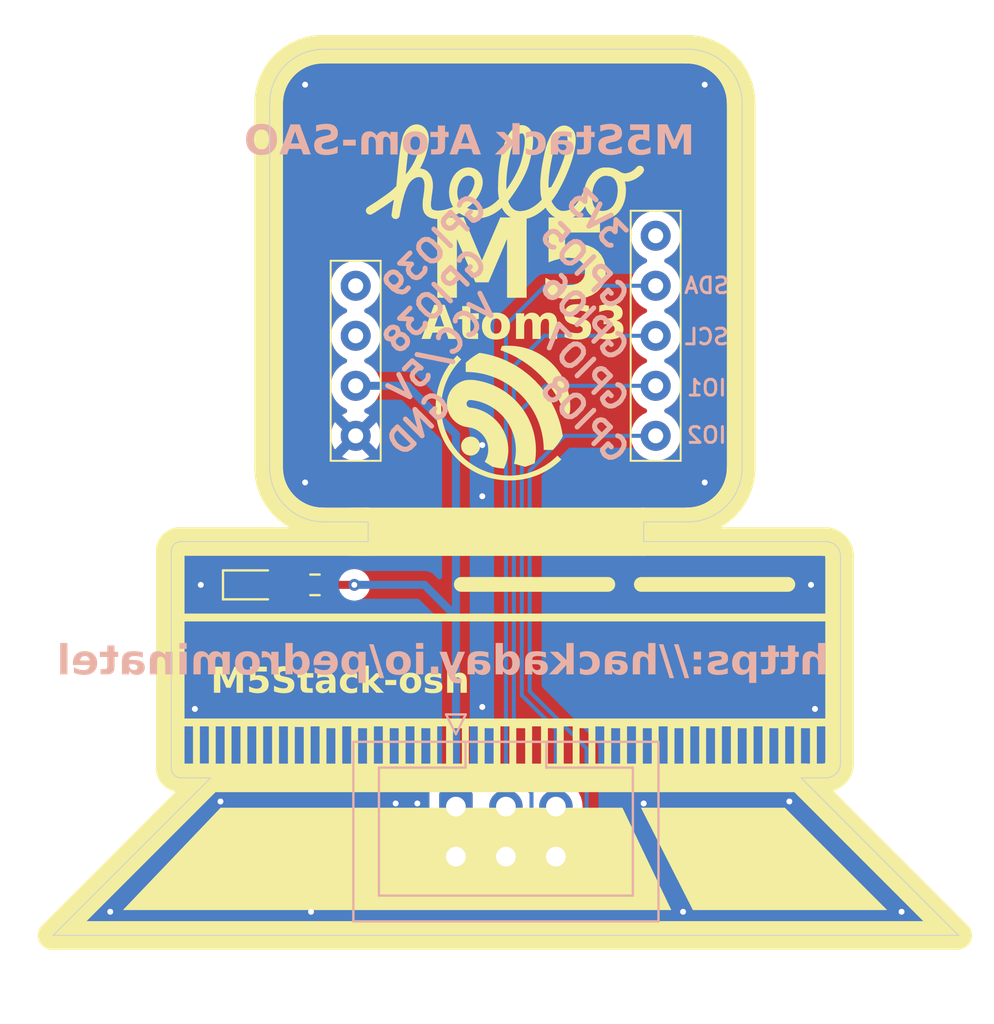
<source format=kicad_pcb>
(kicad_pcb (version 20240108) (generator "pcbnew") (generator_version "8.0")
  (layers (0 "F.Cu" signal) (31 "B.Cu" signal) (34 "B.Paste" user) (35 "F.Paste" user) (36 "B.SilkS" user "B.Silkscreen") (37 "F.SilkS" user "F.Silkscreen") (38 "B.Mask" user) (39 "F.Mask" user) (44 "Edge.Cuts" user))
  (net 0 "")
  (net 1 "Net-(D1-A)")
  (net 2 "GND")
  (net 3 "GPIO2")
  (net 4 "GPIO1")
  (net 5 "SDA")
  (net 6 "VCC")
  (net 7 "SCL")
  (footprint "LED_SMD:LED_0603_1608Metric" (layer "F.Cu") (at 199.1125 87.2)
    (property "Reference" "D1" (hide yes))
    (property "Value" "LED")
  )
  (footprint "M5Stack:AtomS3" (layer "F.Cu") (at 204.3688 72.0112)
    (property "Reference" "U1" (hide yes))
    (property "Value" "~")
  )
  (footprint "Resistor_SMD:R_0603_1608Metric" (layer "F.Cu") (at 202.3 87.2)
    (property "Reference" "R1" (hide yes))
    (property "Value" "1kR 1%")
  )
  (footprint "Connector_IDC:IDC-Header_2x03_P2.54mm_Vertical" (layer "B.Cu") (at 209.46 98.46 -90)
    (property "Reference" "J2" (hide yes))
    (property "Value" "Conn_02x03_Odd_Even")
  )
  (gr_line (start 223.626039 82.544948) (end 223.686332 82.425028) (stroke (width 1.45)) (layer "F.SilkS"))
  (gr_line (start 207.530139 94.298622) (end 207.530139 96.613312) (stroke (width 0.349999)) (layer "F.SilkS"))
  (gr_line (start 218.075819 66.512714) (end 218.108809 66.511104) (stroke (width 0.419553)) (layer "F.SilkS"))
  (gr_line (start 210.850989 68.337698) (end 210.936423 68.315008) (stroke (width 0.419553)) (layer "F.SilkS"))
  (gr_line (start 208.01401 66.557561) (end 208.03278 66.607655) (stroke (width 0.419553)) (layer "F.SilkS"))
  (gr_line (start 210.744586 94.298622) (end 211.54819 94.309364) (stroke (width 0.349999)) (layer "F.SilkS"))
  (gr_line (start 205.847296 67.701016) (end 206.052994 67.553989) (stroke (width 0.419553)) (layer "F.SilkS"))
  (gr_line (start 228.703385 85.194027) (end 228.675322 85.169851) (stroke (width 1.45)) (layer "F.SilkS"))
  (gr_line (start 222.611915 60.39012) (end 222.494948 60.323969) (stroke (width 1.45)) (layer "F.SilkS"))
  (gr_line (start 195.079357 96.835588) (end 195.096454 96.853554) (stroke (width 1.45)) (layer "F.SilkS"))
  (gr_line (start 208.22519 68.35211) (end 208.264082 68.366777) (stroke (width 0.419553)) (layer "F.SilkS"))
  (gr_line (start 228.780157 96.725314) (end 228.802837 96.6962) (stroke (width 1.45)) (layer "F.SilkS"))
  (gr_line (start 209.832812 68.196134) (end 209.889743 68.227269) (stroke (width 0.419553)) (layer "F.SilkS"))
  (gr_line (start 215.902482 67.776163) (end 215.972961 67.650638) (stroke (width 0.419553)) (layer "F.SilkS"))
  (gr_line (start 196.27959 97.001678) (end 227.215701 97.001678) (stroke (width 1.45)) (layer "F.SilkS"))
  (gr_line (start 209.161257 68.295064) (end 209.259649 68.25947) (stroke (width 0.419553)) (layer "F.SilkS"))
  (gr_line (start 209.728763 68.128066) (end 209.779099 68.162985) (stroke (width 0.419553)) (layer "F.SilkS"))
  (gr_line (start 195.193291 85.070932) (end 195.172604 85.084007) (stroke (width 1.45)) (layer "F.SilkS"))
  (gr_line (start 228.2 97) (end 226.95 97) (stroke (width 1.45)) (layer "F.SilkS"))
  (gr_line (start 222.252378 60.209332) (end 222.127225 60.161033) (stroke (width 1.45)) (layer "F.SilkS"))
  (gr_line (start 212.605949 68.427495) (end 212.674074 68.431922) (stroke (width 0.419553)) (layer "F.SilkS"))
  (gr_line (start 214.532074 68.30852) (end 214.57098 68.333274) (stroke (width 0.419553)) (layer "F.SilkS"))
  (gr_line (start 211.883597 67.671802) (end 211.917486 67.785611) (stroke (width 0.419553)) (layer "F.SilkS"))
  (gr_line (start 209.35268 68.22079) (end 209.43896 68.179689) (stroke (width 0.419553)) (layer "F.SilkS"))
  (gr_line (start 210.442138 68.374559) (end 210.52094 68.376584) (stroke (width 0.419553)) (layer "F.SilkS"))
  (gr_line (start 207.848599 66.346005) (end 207.881609 66.371115) (stroke (width 0.419553)) (layer "F.SilkS"))
  (gr_line (start 216.234452 66.978896) (end 216.24984 66.928423) (stroke (width 0.419553)) (layer "F.SilkS"))
  (gr_line (start 201.904865 96.559013) (end 202.708469 96.613312) (stroke (width 0.349999)) (layer "F.SilkS"))
  (gr_line (start 207.002665 66.570615) (end 207.037769 66.533627) (stroke (width 0.419553)) (layer "F.SilkS"))
  (gr_line (start 225.209598 94.298622) (end 226.013202 94.309364) (stroke (width 0.349999)) (layer "F.SilkS"))
  (gr_line (start 215.444974 68.2733) (end 215.491537 68.241982) (stroke (width 0.419553)) (layer "F.SilkS"))
  (gr_line (start 211.373235 68.111545) (end 211.461422 68.051142) (stroke (width 0.419553)) (layer "F.SilkS"))
  (gr_line (start 200.412024 82.775701) (end 200.489609 82.886082) (stroke (width 1.45)) (layer "F.SilkS"))
  (gr_line (start 198.690417 96.506973) (end 199.494037 96.48764) (stroke (width 0.349999)) (layer "F.SilkS"))
  (gr_line (start 202.7 60) (end 202.563636 60.00338) (stroke (width 1.45)) (layer "F.SilkS"))
  (gr_poly (pts (xy 209.733953 75.749718) (xy 209.615153 75.873492) (xy 209.503151 76.002453) (xy 209.398069 76.136315) (xy 209.300024 76.274792) (xy 209.209137 76.417596) (xy 209.125527 76.564442) (xy 209.049314 76.715043) (xy 208.980616 76.869113) (xy 208.919553 77.026365) (xy 208.866244 77.186513) (xy 208.82081 77.349271) (xy 208.783368 77.514352) (xy 208.754039 77.681469) (xy 208.732942 77.850337) (xy 208.720196 78.020669) (xy 208.715921 78.192178) (xy 208.720196 78.363687) (xy 208.732942 78.534019) (xy 208.754039 78.702887) (xy 208.783368 78.870004) (xy 208.82081 79.035085) (xy 208.866244 79.197842) (xy 208.919553 79.35799) (xy 208.980616 79.515242) (xy 209.049314 79.669312) (xy 209.125527 79.819913) (xy 209.209137 79.966759) (xy 209.300024 80.109563) (xy 209.398069 80.24804) (xy 209.503151 80.381902) (xy 209.615153 80.510863) (xy 209.733953 80.634637) (xy 209.857728 80.753438) (xy 209.986689 80.865439) (xy 210.120551 80.970522) (xy 210.259028 81.068567) (xy 210.401832 81.159454) (xy 210.548678 81.243064) (xy 210.699279 81.319278) (xy 210.853349 81.387976) (xy 211.010602 81.449039) (xy 211.17075 81.502347) (xy 211.333507 81.547782) (xy 211.498588 81.585224) (xy 211.665706 81.614553) (xy 211.834573 81.63565) (xy 212.004905 81.648395) (xy 212.176415 81.652671) (xy 212.347924 81.648395) (xy 212.518256 81.63565) (xy 212.687123 81.614553) (xy 212.854241 81.585224) (xy 213.019322 81.547782) (xy 213.182079 81.502347) (xy 213.342227 81.449039) (xy 213.49948 81.387976) (xy 213.653549 81.319278) (xy 213.804151 81.243064) (xy 213.950997 81.159454) (xy 214.093801 81.068567) (xy 214.232277 80.970522) (xy 214.36614 80.865439) (xy 214.495101 80.753438) (xy 214.618875 80.634637) (xy 214.817529 80.833291) (xy 214.681869 80.960299) (xy 214.540647 81.07981) (xy 214.394178 81.191697) (xy 214.24278 81.295834) (xy 214.08677 81.392095) (xy 213.926464 81.480352) (xy 213.76218 81.560481) (xy 213.594234 81.632353) (xy 213.422943 81.695843) (xy 213.248625 81.750824) (xy 213.071596 81.79717) (xy 212.892172 81.834755) (xy 212.710672 81.863451) (xy 212.527411 81.883133) (xy 212.342707 81.893673) (xy 212.156876 81.894947) (xy 212.156875 81.894947) (xy 211.965741 81.890129) (xy 211.777101 81.875828) (xy 211.591187 81.852275) (xy 211.408232 81.819701) (xy 211.228468 81.778338) (xy 211.052129 81.728418) (xy 210.879446 81.670172) (xy 210.710653 81.603832) (xy 210.545981 81.529629) (xy 210.385665 81.447796) (xy 210.229936 81.358563) (xy 210.079026 81.262163) (xy 209.93317 81.158826) (xy 209.792598 81.048786) (xy 209.657545 80.932272) (xy 209.528242 80.809518) (xy 209.404922 80.680754) (xy 209.287819 80.546212) (xy 209.177163 80.406124) (xy 209.073189 80.260722) (xy 208.976129 80.110236) (xy 208.886215 79.954899) (xy 208.80368 79.794943) (xy 208.728756 79.630598) (xy 208.661677 79.462097) (xy 208.602676 79.289671) (xy 208.551983 79.113552) (xy 208.509833 78.933971) (xy 208.476458 78.75116) (xy 208.452091 78.565351) (xy 208.436963 78.376775) (xy 208.431309 78.185665) (xy 208.435365 78.000796) (xy 208.448571 77.817174) (xy 208.470799 77.63511) (xy 208.50192 77.454912) (xy 208.541806 77.276892) (xy 208.590329 77.101359) (xy 208.647359 76.928623) (xy 208.712769 76.758995) (xy 208.78643 76.592784) (xy 208.868214 76.4303) (xy 208.957992 76.271854) (xy 209.055636 76.117755) (xy 209.161018 75.968314) (xy 209.274008 75.82384) (xy 209.39448 75.684644) (xy 209.522303 75.551035)) (stroke (width -0.000001)) (fill solid) (layer "F.SilkS"))
  (gr_line (start 207.987481 67.736219) (end 207.981015 67.836439) (stroke (width 0.419553)) (layer "F.SilkS"))
  (gr_line (start 216.039615 67.514663) (end 216.10248 67.368384) (stroke (width 0.419553)) (layer "F.SilkS"))
  (gr_line (start 201.524973 60.263676) (end 201.405052 60.323969) (stroke (width 1.45)) (layer "F.SilkS"))
  (gr_line (start 210.936423 68.315008) (end 211.02271 68.286643) (stroke (width 0.419553)) (layer "F.SilkS"))
  (gr_line (start 220.387927 94.298622) (end 220.387927 96.613312) (stroke (width 0.349999)) (layer "F.SilkS"))
  (gr_line (start 205.252711 68.094362) (end 205.436119 67.977148) (stroke (width 0.419553)) (layer "F.SilkS"))
  (gr_line (start 228.802837 85.3038) (end 228.780157 85.274686) (stroke (width 1.45)) (layer "F.SilkS"))
  (gr_line (start 195.172604 96.915993) (end 195.193291 96.929068) (stroke (width 1.45)) (layer "F.SilkS"))
  (gr_line (start 212.141586 68.190613) (end 212.181021 68.231409) (stroke (width 0.419553)) (layer "F.SilkS"))
  (gr_line (start 202.563636 60.00338) (end 202.428198 60.013457) (stroke (width 1.45)) (layer "F.SilkS"))
  (gr_line (start 195.133127 96.886767) (end 195.152535 96.901887) (stroke (width 1.45)) (layer "F.SilkS"))
  (gr_line (start 228.906085 96.502878) (end 228.917583 96.468125) (stroke (width 1.45)) (layer "F.SilkS"))
  (gr_line (start 208.076481 66.983777) (end 208.069657 67.089088) (stroke (width 0.419553)) (layer "F.SilkS"))
  (gr_line (start 215.667763 68.088595) (end 215.709333 68.04331) (stroke (width 0.419553)) (layer "F.SilkS"))
  (gr_line (start 214.865075 68.425876) (end 214.923 68.426877) (stroke (width 0.419553)) (layer "F.SilkS"))
  (gr_line (start 208.536251 68.406566) (end 208.637588 68.403458) (stroke (width 0.419553)) (layer "F.SilkS"))
  (gr_line (start 219.584308 96.624054) (end 220.387927 96.613312) (stroke (width 0.349999)) (layer "F.SilkS"))
  (gr_line (start 221.471802 83.986543) (end 221.60609 83.969862) (stroke (width 1.45)) (layer "F.SilkS"))
  (gr_line (start 209.517096 68.136833) (end 209.641884 68.056891) (stroke (width 0.419553)) (layer "F.SilkS"))
  (gr_line (start 221.999794 83.88113) (end 222.127225 83.838967) (stroke (width 1.45)) (layer "F.SilkS"))
  (gr_line (start 209.533245 67.935471) (end 209.564334 67.975577) (stroke (width 0.419553)) (layer "F.SilkS"))
  (gr_line (start 212.039396 68.052587) (end 212.070862 68.100949) (stroke (width 0.419553)) (layer "F.SilkS"))
  (gr_line (start 194.979282 85.331413) (end 194.971616 85.354582) (stroke (width 1.45)) (layer "F.SilkS"))
  (gr_line (start 217.723259 66.424167) (end 217.768831 66.449271) (stroke (width 0.419553)) (layer "F.SilkS"))
  (gr_line (start 207.318432 66.337479) (end 207.361496 66.319499) (stroke (width 0.419553)) (layer "F.SilkS"))
  (gr_line (start 215.491537 68.241982) (end 215.537094 68.207835) (stroke (width 0.419553)) (layer "F.SilkS"))
  (gr_line (start 209.533245 67.935471) (end 209.63885 68.053896) (stroke (width 0.419553)) (layer "F.SilkS"))
  (gr_line (start 200.111027 61.822773) (end 200.068866 61.950203) (stroke (width 1.45)) (layer "F.SilkS"))
  (gr_line (start 194.950615 85.475207) (end 194.95 85.5) (stroke (width 1.45)) (layer "F.SilkS"))
  (gr_line (start 207.112562 66.465928) (end 207.151914 66.435397) (stroke (width 0.419553)) (layer "F.SilkS"))
  (gr_line (start 215.566257 94.298622) (end 216.369861 94.309364) (stroke (width 0.349999)) (layer "F.SilkS"))
  (gr_line (start 222.836085 60.539618) (end 222.725703 60.462034) (stroke (width 1.45)) (layer "F.SilkS"))
  (gr_line (start 212.987396 68.402462) (end 213.06183 68.384228) (stroke (width 0.419553)) (layer "F.SilkS"))
  (gr_line (start 228.878093 96.570459) (end 228.892913 96.53701) (stroke (width 1.45)) (layer "F.SilkS"))
  (gr_line (start 195.020937 85.243287) (end 195.00891 85.264554) (stroke (width 1.45)) (layer "F.SilkS"))
  (gr_line (start 201.174297 60.462034) (end 201.063915 60.539618) (stroke (width 1.45)) (layer "F.SilkS"))
  (gr_line (start 206.668269 67.226729) (end 206.711123 67.105018) (stroke (width 0.419553)) (layer "F.SilkS"))
  (gr_line (start 195.281413 96.970721) (end 195.304581 96.978387) (stroke (width 1.45)) (layer "F.SilkS"))
  (gr_line (start 209.734241 87.175957) (end 217.177737 87.175957) (stroke (width 0.75)) (layer "F.SilkS"))
  (gr_line (start 195.45 85) (end 195.425206 85.000615) (stroke (width 1.45)) (layer "F.SilkS"))
  (gr_line (start 194.95 96.5) (end 194.95 85.5) (stroke (width 1.45)) (layer "F.SilkS"))
  (gr_line (start 209.599588 68.015133) (end 209.641884 68.056891) (stroke (width 0.419553)) (layer "F.SilkS"))
  (gr_line (start 228.646207 85.14717) (end 228.616103 85.12601) (stroke (width 1.45)) (layer "F.SilkS"))
  (gr_line (start 223.602359 94.298622) (end 224.405978 94.309364) (stroke (width 0.349999)) (layer "F.SilkS"))
  (gr_line (start 202.428198 83.986543) (end 202.563636 83.99662) (stroke (width 1.45)) (layer "F.SilkS"))
  (gr_line (start 221.999794 60.11887) (end 221.870311 60.082938) (stroke (width 1.45)) (layer "F.SilkS"))
  (gr_line (start 204.315692 94.298622) (end 204.315692 96.613312) (stroke (width 0.349999)) (layer "F.SilkS"))
  (gr_line (start 219.584308 94.309364) (end 219.584308 96.624054) (stroke (width 0.349999)) (layer "F.SilkS"))
  (gr_line (start 228.823996 96.666096) (end 228.843609 96.635064) (stroke (width 1.45)) (layer "F.SilkS"))
  (gr_line (start 208.637588 68.403458) (end 208.741912 68.393272) (stroke (width 0.419553)) (layer "F.SilkS"))
  (gr_line (start 201.405052 60.323969) (end 201.288085 60.39012) (stroke (width 1.45)) (layer "F.SilkS"))
  (gr_line (start 228.382814 85.022619) (end 228.347002 85.014544) (stroke (width 1.45)) (layer "F.SilkS"))
  (gr_line (start 202.29391 83.969862) (end 202.428198 83.986543) (stroke (width 1.45)) (layer "F.SilkS"))
  (gr_line (start 213.474557 68.201633) (end 213.537559 68.161198) (stroke (width 0.419553)) (layer "F.SilkS"))
  (gr_line (start 209.43896 68.179689) (end 209.517096 68.136833) (stroke (width 0.419553)) (layer "F.SilkS"))
  (gr_line (start 214.004155 67.466921) (end 214.030439 67.565741) (stroke (width 0.419553)) (layer "F.SilkS"))
  (gr_line (start 222.375027 60.263676) (end 222.252378 60.209332) (stroke (width 1.45)) (layer "F.SilkS"))
  (gr_line (start 215.581647 68.170875) (end 215.625202 68.131123) (stroke (width 0.419553)) (layer "F.SilkS"))
  (gr_line (start 205.119296 94.309364) (end 205.119296 96.624054) (stroke (width 0.349999)) (layer "F.SilkS"))
  (gr_line (start 223.410391 82.886082) (end 223.487976 82.775701) (stroke (width 1.45)) (layer "F.SilkS"))
  (gr_line (start 195.376163 85.00548) (end 195.351998 85.009696) (stroke (width 1.45)) (layer "F.SilkS"))
  (gr_line (start 206.80559 66.879669) (end 206.85722 66.779065) (stroke (width 0.419553)) (layer "F.SilkS"))
  (gr_line (start 228.730334 85.219673) (end 228.703385 85.194027) (stroke (width 1.45)) (layer "F.SilkS"))
  (gr_line (start 207.151914 66.435397) (end 207.192346 66.407197) (stroke (width 0.419553)) (layer "F.SilkS"))
  (gr_line (start 208.18861 68.334926) (end 208.22519 68.35211) (stroke (width 0.419553)) (layer "F.SilkS"))
  (gr_line (start 214.762637 94.309364) (end 214.762637 96.624054) (stroke (width 0.349999)) (layer "F.SilkS"))
  (gr_line (start 223.831134 82.049797) (end 223.867066 81.920314) (stroke (width 1.45)) (layer "F.SilkS"))
  (gr_line (start 199.95338 81.386365) (end 199.963456 81.521804) (stroke (width 1.45)) (layer "F.SilkS"))
  (gr_line (start 208.03278 66.607655) (end 208.048588 66.662225) (stroke (width 0.419553)) (layer "F.SilkS"))
  (gr_line (start 215.299196 68.350097) (end 215.348807 68.327376) (stroke (width 0.419553)) (layer "F.SilkS"))
  (gr_line (start 223.740674 82.30238) (end 223.788973 82.177227) (stroke (width 1.45)) (layer "F.SilkS"))
  (gr_poly (pts (xy 212.820485 63.852488) (xy 212.848522 63.854154) (xy 212.876515 63.857348) (xy 212.904433 63.862086) (xy 212.932244 63.868381) (xy 212.959918 63.876248) (xy 212.987423 63.885701) (xy 213.01473 63.896755) (xy 213.041805 63.909425) (xy 213.066859 63.922761) (xy 213.090724 63.937077) (xy 213.113428 63.952338) (xy 213.134996 63.968511) (xy 213.155452 63.985559) (xy 213.174823 64.003448) (xy 213.193133 64.022143) (xy 213.210408 64.04161) (xy 213.226674 64.061813) (xy 213.241956 64.082719) (xy 213.269669 64.126496) (xy 213.29375 64.172664) (xy 213.314404 64.220944) (xy 213.331832 64.271057) (xy 213.34624 64.322726) (xy 213.357829 64.375673) (xy 213.366803 64.429618) (xy 213.373365 64.484284) (xy 213.37772 64.539392) (xy 213.380069 64.594665) (xy 213.380617 64.649824) (xy 213.3766 64.769347) (xy 213.366002 64.896134) (xy 213.349203 65.029772) (xy 213.326582 65.169847) (xy 213.29852 65.315945) (xy 213.265394 65.467651) (xy 213.227586 65.624552) (xy 213.185474 65.786234) (xy 213.143897 65.925253) (xy 213.09428 66.065354) (xy 213.037668 66.205718) (xy 212.97511 66.345524) (xy 212.907651 66.483953) (xy 212.836338 66.620186) (xy 212.762219 66.753401) (xy 212.686341 66.88278) (xy 212.609749 67.007502) (xy 212.533492 67.126748) (xy 212.386166 67.345532) (xy 212.252739 67.532573) (xy 212.141586 67.681312) (xy 212.13482 67.689728) (xy 212.127713 67.697706) (xy 212.120284 67.705242) (xy 212.11255 67.712336) (xy 212.104531 67.718983) (xy 212.096244 67.725181) (xy 212.087709 67.730929) (xy 212.078944 67.736224) (xy 212.069967 67.741062) (xy 212.060796 67.745442) (xy 212.051451 67.749362) (xy 212.04195 67.752818) (xy 212.032311 67.755808) (xy 212.022552 67.75833) (xy 212.012693 67.760381) (xy 212.002751 67.761959) (xy 211.992746 67.763061) (xy 211.982695 67.763685) (xy 211.972617 67.763828) (xy 211.96253 67.763488) (xy 211.952454 67.762662) (xy 211.942406 67.761348) (xy 211.932405 67.759544) (xy 211.922469 67.757246) (xy 211.912617 67.754453) (xy 211.902868 67.751162) (xy 211.893239 67.74737) (xy 211.88375 67.743075) (xy 211.874419 67.738274) (xy 211.865263 67.732966) (xy 211.856303 67.727147) (xy 211.847556 67.720815) (xy 211.839139 67.714049) (xy 211.831162 67.706941) (xy 211.823625 67.699512) (xy 211.816532 67.691778) (xy 211.809885 67.683759) (xy 211.803686 67.675472) (xy 211.797938 67.666937) (xy 211.792644 67.658172) (xy 211.787805 67.649195) (xy 211.783425 67.640024) (xy 211.779506 67.630679) (xy 211.77605 67.621178) (xy 211.773059 67.611539) (xy 211.770537 67.601781) (xy 211.768486 67.591921) (xy 211.766908 67.581979) (xy 211.765806 67.571974) (xy 211.765183 67.561923) (xy 211.765039 67.551845) (xy 211.765379 67.541758) (xy 211.766205 67.531682) (xy 211.767519 67.521634) (xy 211.769324 67.511633) (xy 211.771621 67.501697) (xy 211.774414 67.491845) (xy 211.777706 67.482096) (xy 211.781498 67.472467) (xy 211.785793 67.462978) (xy 211.790593 67.453646) (xy 211.795902 67.444491) (xy 211.801721 67.43553) (xy 211.808053 67.426783) (xy 211.917693 67.27989) (xy 212.045667 67.100113) (xy 212.184507 66.893635) (xy 212.326747 66.66664) (xy 212.396808 66.547381) (xy 212.464918 66.425312) (xy 212.530144 66.301206) (xy 212.591553 66.175836) (xy 212.648211 66.049975) (xy 212.699184 65.924395) (xy 212.743539 65.79987) (xy 212.780344 65.677173) (xy 212.821187 65.520248) (xy 212.857081 65.371048) (xy 212.887893 65.229743) (xy 212.913489 65.096505) (xy 212.933737 64.971505) (xy 212.948504 64.854915) (xy 212.953792 64.799827) (xy 212.957659 64.746905) (xy 212.96009 64.696172) (xy 212.961067 64.647648) (xy 212.960999 64.623071) (xy 212.960545 64.599605) (xy 212.959724 64.577224) (xy 212.958552 64.555901) (xy 212.957047 64.535611) (xy 212.955226 64.516329) (xy 212.953106 64.498029) (xy 212.950706 64.480685) (xy 212.948043 64.464272) (xy 212.945133 64.448763) (xy 212.941995 64.434134) (xy 212.938645 64.420359) (xy 212.935101 64.407411) (xy 212.931381 64.395266) (xy 212.927502 64.383898) (xy 212.923482 64.373281) (xy 212.919337 64.36339) (xy 212.915085 64.354198) (xy 212.910744 64.345681) (xy 212.906331 64.337812) (xy 212.901864 64.330566) (xy 212.897359 64.323918) (xy 212.892834 64.317841) (xy 212.888307 64.31231) (xy 212.883796 64.3073) (xy 212.879316 64.302785) (xy 212.874887 64.298738) (xy 212.870524 64.295135) (xy 212.866247 64.29195) (xy 212.862071 64.289157) (xy 212.858015 64.286731) (xy 212.854096 64.284646) (xy 212.848278 64.281886) (xy 212.842465 64.279441) (xy 212.836642 64.277319) (xy 212.830792 64.275527) (xy 212.824899 64.274073) (xy 212.818946 64.272965) (xy 212.812918 64.272211) (xy 212.806797 64.271818) (xy 212.800568 64.271794) (xy 212.794215 64.272146) (xy 212.78772 64.272883) (xy 212.781068 64.274012) (xy 212.774243 64.275541) (xy 212.767228 64.277478) (xy 212.760006 64.27983) (xy 212.752563 64.282605) (xy 212.7436 64.286395) (xy 212.73423 64.290862) (xy 212.724464 64.296037) (xy 212.714316 64.301949) (xy 212.7038 64.308627) (xy 212.692929 64.316102) (xy 212.681718 64.324404) (xy 212.670178 64.333562) (xy 212.658324 64.343606) (xy 212.646169 64.354565) (xy 212.633726 64.366471) (xy 212.621009 64.379351) (xy 212.608032 64.393237) (xy 212.594808 64.408158) (xy 212.58135 64.424143) (xy 212.567671 64.441224) (xy 212.540057 64.478302) (xy 212.512537 64.518823) (xy 212.485188 64.562786) (xy 212.458089 64.610189) (xy 212.431318 64.661033) (xy 212.404952 64.715316) (xy 212.379071 64.773037) (xy 212.353752 64.834195) (xy 212.329074 64.89879) (xy 212.305113 64.96682) (xy 212.28195 65.038284) (xy 212.259661 65.113182) (xy 212.238324 65.191513) (xy 212.218018 65.273275) (xy 212.198821 65.358468) (xy 212.180811 65.447091) (xy 212.13578 65.691551) (xy 212.099803 65.91059) (xy 212.071941 66.109997) (xy 212.051253 66.295564) (xy 212.036799 66.473079) (xy 212.027639 66.648331) (xy 212.022833 66.827112) (xy 212.021439 67.015211) (xy 212.021166 67.026006) (xy 212.020356 67.03666) (xy 212.019022 67.047159) (xy 212.017177 67.05749) (xy 212.014835 67.067639) (xy 212.012008 67.077594) (xy 212.008709 67.087342) (xy 212.004953 67.096869) (xy 212.000752 67.106162) (xy 211.996119 67.115207) (xy 211.991068 67.123992) (xy 211.985611 67.132504) (xy 211.979762 67.140729) (xy 211.973534 67.148654) (xy 211.966941 67.156267) (xy 211.959995 67.163552) (xy 211.952709 67.170499) (xy 211.945097 67.177093) (xy 211.937173 67.183321) (xy 211.928948 67.18917) (xy 211.920437 67.194626) (xy 211.911652 67.199678) (xy 211.902607 67.204311) (xy 211.893315 67.208512) (xy 211.883789 67.212268) (xy 211.874042 67.215567) (xy 211.864088 67.218394) (xy 211.853939 67.220736) (xy 211.843609 67.222581) (xy 211.833111 67.223915) (xy 211.822459 67.224726) (xy 211.811665 67.224999) (xy 211.800869 67.224726) (xy 211.790215 67.223915) (xy 211.779717 67.222581) (xy 211.769386 67.220736) (xy 211.759237 67.218394) (xy 211.749282 67.215567) (xy 211.739535 67.212268) (xy 211.730008 67.208512) (xy 211.720716 67.204311) (xy 211.711671 67.199678) (xy 211.702886 67.194626) (xy 211.694375 67.18917) (xy 211.68615 67.183321) (xy 211.678225 67.177093) (xy 211.670613 67.170499) (xy 211.663328 67.163552) (xy 211.656382 67.156267) (xy 211.649788 67.148654) (xy 211.64356 67.140729) (xy 211.637711 67.132504) (xy 211.632255 67.123992) (xy 211.627203 67.115207) (xy 211.62257 67.106162) (xy 211.618369 67.096869) (xy 211.614612 67.087342) (xy 211.611313 67.077594) (xy 211.608486 67.067639) (xy 211.606143 67.05749) (xy 211.604297 67.047159) (xy 211.602962 67.03666) (xy 211.602151 67.026006) (xy 211.601877 67.015211) (xy 211.603393 66.816939) (xy 211.608567 66.628052) (xy 211.618334 66.442762) (xy 211.63363 66.255286) (xy 211.655391 66.059836) (xy 211.684554 65.850629) (xy 211.722054 65.621877) (xy 211.768828 65.367796) (xy 211.788254 65.272126) (xy 211.809176 65.179088) (xy 211.831553 65.088735) (xy 211.855347 65.001121) (xy 211.880519 64.9163) (xy 211.907029 64.834324) (xy 211.934838 64.755247) (xy 211.963907 64.679124) (xy 211.994197 64.606006) (xy 212.025667 64.535949) (xy 212.05828 64.469004) (xy 212.091996 64.405227) (xy 212.126775 64.34467) (xy 212.162578 64.287387) (xy 212.199367 64.233431) (xy 212.237101 64.182857) (xy 212.256449 64.158686) (xy 212.276233 64.135147) (xy 212.296452 64.112277) (xy 212.317105 64.090111) (xy 212.33819 64.068688) (xy 212.359707 64.048042) (xy 212.381653 64.028211) (xy 212.404028 64.009232) (xy 212.426831 63.99114) (xy 212.450059 63.973973) (xy 212.473713 63.957767) (xy 212.49779 63.942559) (xy 212.52229 63.928386) (xy 212.547211 63.915283) (xy 212.572552 63.903288) (xy 212.598311 63.892436) (xy 212.625587 63.882399) (xy 212.653066 63.873773) (xy 212.680718 63.866574) (xy 212.708512 63.860816) (xy 212.736417 63.856514) (xy 212.764401 63.853682) (xy 212.792434 63.852335)) (fill solid) (layer "F.SilkS"))
  (gr_line (start 194.965082 85.378125) (end 194.959698 85.402) (stroke (width 1.45)) (layer "F.SilkS"))
  (gr_line (start 228.780157 85.274686) (end 228.755981 85.246623) (stroke (width 1.45)) (layer "F.SilkS"))
  (gr_line (start 214.57098 68.333274) (end 214.610751 68.355411) (stroke (width 0.419553)) (layer "F.SilkS"))
  (gr_line (start 217.016259 66.217516) (end 217.06191 66.21605) (stroke (width 0.419553)) (layer "F.SilkS"))
  (gr_line (start 211.95952 67.896422) (end 212.010409 68.00221) (stroke (width 0.419553)) (layer "F.SilkS"))
  (gr_line (start 210.146499 68.326789) (end 210.217158 68.344193) (stroke (width 0.419553)) (layer "F.SilkS"))
  (gr_line (start 208.392892 68.396504) (end 208.439294 68.401932) (stroke (width 0.419553)) (layer "F.SilkS"))
  (gr_line (start 209.63885 68.053896) (end 209.68196 68.091622) (stroke (width 0.419553)) (layer "F.SilkS"))
  (gr_line (start 228.616103 96.87399) (end 228.646207 96.85283) (stroke (width 1.45)) (layer "F.SilkS"))
  (gr_line (start 200.75545 83.194542) (end 200.854266 83.288576) (stroke (width 1.45)) (layer "F.SilkS"))
  (gr_line (start 195.351998 96.990304) (end 195.376163 96.99452) (stroke (width 1.45)) (layer "F.SilkS"))
  (gr_line (start 201.772775 83.838967) (end 201.900206 83.88113) (stroke (width 1.45)) (layer "F.SilkS"))
  (gr_line (start 215.035692 68.419812) (end 215.090467 68.411781) (stroke (width 0.419553)) (layer "F.SilkS"))
  (gr_line (start 223.740674 61.69762) (end 223.686332 61.574972) (stroke (width 1.45)) (layer "F.SilkS"))
  (gr_line (start 214.385997 68.185965) (end 214.457037 68.251686) (stroke (width 0.419553)) (layer "F.SilkS"))
  (gr_line (start 207.987876 68.020514) (end 207.994817 68.062329) (stroke (width 0.419553)) (layer "F.SilkS"))
  (gr_line (start 218.700098 66.237198) (end 218.732036 66.206622) (stroke (width 0.419553)) (layer "F.SilkS"))
  (gr_line (start 195.328123 85.01508) (end 195.304581 85.021613) (stroke (width 1.45)) (layer "F.SilkS"))
  (gr_line (start 213.134676 68.362117) (end 213.205919 68.336363) (stroke (width 0.419553)) (layer "F.SilkS"))
  (gr_line (start 220.387927 94.298622) (end 221.191531 94.309364) (stroke (width 0.349999)) (layer "F.SilkS"))
  (gr_line (start 228.418127 96.967581) (end 228.452881 96.956082) (stroke (width 1.45)) (layer "F.SilkS"))
  (gr_line (start 199.494037 94.172951) (end 199.494037 96.48764) (stroke (width 0.349999)) (layer "F.SilkS"))
  (gr_line (start 228.935457 85.602999) (end 228.927382 85.567188) (stroke (width 1.45)) (layer "F.SilkS"))
  (gr_line (start 222.798755 94.309364) (end 222.798755 96.624054) (stroke (width 0.349999)) (layer "F.SilkS"))
  (gr_line (start 200.957162 83.377221) (end 201.063915 83.460382) (stroke (width 1.45)) (layer "F.SilkS"))
  (gr_line (start 228.892913 85.46299) (end 228.878093 85.429541) (stroke (width 1.45)) (layer "F.SilkS"))
  (gr_line (start 205.922916 94.298622) (end 205.922916 96.613312) (stroke (width 0.349999)) (layer "F.SilkS"))
  (gr_line (start 216.357825 66.689286) (end 216.396703 66.625778) (stroke (width 0.419553)) (layer "F.SilkS"))
  (gr_poly (pts (xy 210.237037 76.789063) (xy 210.272786 76.79028) (xy 210.308506 76.792309) (xy 210.344184 76.795149) (xy 210.379806 76.798801) (xy 210.415358 76.803264) (xy 210.450827 76.808538) (xy 210.486197 76.814624) (xy 210.648561 76.843355) (xy 210.808099 76.879134) (xy 210.964657 76.921785) (xy 211.118085 76.971131) (xy 211.26823 77.026994) (xy 211.414938 77.089198) (xy 211.558059 77.157565) (xy 211.69744 77.231917) (xy 211.832929 77.312078) (xy 211.964373 77.39787) (xy 212.09162 77.489117) (xy 212.214517 77.58564) (xy 212.332914 77.687263) (xy 212.446656 77.793808) (xy 212.555593 77.905098) (xy 212.659571 78.020957) (xy 212.758439 78.141206) (xy 212.852044 78.265668) (xy 212.940234 78.394167) (xy 213.022857 78.526525) (xy 213.09976 78.662565) (xy 213.170791 78.802109) (xy 213.235798 78.944981) (xy 213.294629 79.091003) (xy 213.347131 79.239997) (xy 213.393152 79.391788) (xy 213.43254 79.546196) (xy 213.465143 79.703046) (xy 213.490807 79.86216) (xy 213.509382 80.023361) (xy 213.520714 80.186471) (xy 213.524652 80.351314) (xy 213.524011 80.435291) (xy 213.521335 80.519192) (xy 213.51663 80.602979) (xy 213.509898 80.686616) (xy 213.501144 80.770064) (xy 213.490369 80.853289) (xy 213.477578 80.936252) (xy 213.462775 81.018917) (xy 213.403472 81.04654) (xy 213.343627 81.072915) (xy 213.28326 81.098035) (xy 213.222391 81.121892) (xy 213.161038 81.144479) (xy 213.099223 81.165789) (xy 213.036965 81.185813) (xy 212.974284 81.204545) (xy 212.407634 81.04497) (xy 212.423038 80.991038) (xy 212.437074 80.936761) (xy 212.449739 80.882166) (xy 212.461027 80.827279) (xy 212.470932 80.772126) (xy 212.47945 80.716732) (xy 212.486576 80.661125) (xy 212.492305 80.605329) (xy 212.501911 80.474554) (xy 212.504879 80.344839) (xy 212.501351 80.21636) (xy 212.49147 80.089289) (xy 212.475378 79.963803) (xy 212.453217 79.840074) (xy 212.425129 79.718277) (xy 212.391257 79.598587) (xy 212.351742 79.481178) (xy 212.306727 79.366224) (xy 212.256354 79.253899) (xy 212.200765 79.144378) (xy 212.140103 79.037835) (xy 212.07451 78.934444) (xy 212.004127 78.83438) (xy 211.929097 78.737816) (xy 211.849563 78.644928) (xy 211.765666 78.55589) (xy 211.677549 78.470875) (xy 211.585353 78.390058) (xy 211.489222 78.313614) (xy 211.389297 78.241716) (xy 211.28572 78.174539) (xy 211.178634 78.112258) (xy 211.068181 78.055046) (xy 210.954503 78.003078) (xy 210.837742 77.956529) (xy 210.718041 77.915572) (xy 210.595542 77.880381) (xy 210.470386 77.851132) (xy 210.342717 77.827998) (xy 210.212675 77.811154) (xy 210.203016 77.810381) (xy 210.193374 77.810096) (xy 210.183766 77.810294) (xy 210.174209 77.81097) (xy 210.16472 77.812118) (xy 210.155316 77.813733) (xy 210.146016 77.815811) (xy 210.136834 77.818345) (xy 210.12779 77.821331) (xy 210.1189 77.824763) (xy 210.11018 77.828637) (xy 210.101649 77.832947) (xy 210.093323 77.837687) (xy 210.08522 77.842854) (xy 210.077356 77.848441) (xy 210.069749 77.854443) (xy 210.062454 77.860821) (xy 210.055521 77.867528) (xy 210.048957 77.874547) (xy 210.04277 77.881862) (xy 210.03697 77.889459) (xy 210.031563 77.89732) (xy 210.026559 77.905431) (xy 210.021966 77.913774) (xy 210.017792 77.922335) (xy 210.014045 77.931097) (xy 210.010733 77.940045) (xy 210.007865 77.949163) (xy 210.005449 77.958434) (xy 210.003493 77.967843) (xy 210.002005 77.977374) (xy 210.000994 77.987011) (xy 210.000668 77.996719) (xy 210.000809 78.006339) (xy 210.001407 78.015859) (xy 210.002452 78.025267) (xy 210.003935 78.034551) (xy 210.005845 78.043701) (xy 210.008173 78.052703) (xy 210.010909 78.061547) (xy 210.014043 78.070219) (xy 210.017566 78.078709) (xy 210.021468 78.087005) (xy 210.025739 78.095095) (xy 210.030369 78.102967) (xy 210.035349 78.110609) (xy 210.040668 78.11801) (xy 210.046317 78.125157) (xy 210.052286 78.132039) (xy 210.058566 78.138645) (xy 210.065146 78.144961) (xy 210.072017 78.150977) (xy 210.079169 78.156681) (xy 210.086593 78.162061) (xy 210.094278 78.167105) (xy 210.102214 78.171801) (xy 210.110393 78.176137) (xy 210.118804 78.180102) (xy 210.127437 78.183684) (xy 210.136283 78.186871) (xy 210.145331 78.189652) (xy 210.154573 78.192014) (xy 210.163998 78.193945) (xy 210.173597 78.195434) (xy 210.248011 78.204553) (xy 210.321894 78.216268) (xy 210.395182 78.230554) (xy 210.46781 78.247384) (xy 210.539714 78.266732) (xy 210.610831 78.288573) (xy 210.681095 78.31288) (xy 210.750444 78.339627) (xy 210.818812 78.368789) (xy 210.886136 78.400339) (xy 210.952352 78.434251) (xy 211.017395 78.470499) (xy 211.081202 78.509058) (xy 211.143708 78.5499) (xy 211.204849 78.593001) (xy 211.264561 78.638334) (xy 211.373219 78.726177) (xy 211.475252 78.820115) (xy 211.570495 78.919768) (xy 211.658779 79.024758) (xy 211.739938 79.134705) (xy 211.813803 79.249232) (xy 211.880208 79.367958) (xy 211.938986 79.490506) (xy 211.989969 79.616496) (xy 212.032989 79.74555) (xy 212.06788 79.877288) (xy 212.094475 80.011332) (xy 212.112605 80.147304) (xy 212.122104 80.284824) (xy 212.122804 80.423513) (xy 212.114538 80.562993) (xy 212.111282 80.546709) (xy 212.105988 80.595509) (xy 212.099584 80.644131) (xy 212.092075 80.692555) (xy 212.083467 80.740763) (xy 212.073765 80.788738) (xy 212.062974 80.83646) (xy 212.0511 80.883911) (xy 212.038147 80.931072) (xy 212.024122 80.977926) (xy 212.009029 81.024453) (xy 211.992873 81.070635) (xy 211.975661 81.116455) (xy 211.957396 81.161892) (xy 211.938085 81.20693) (xy 211.917733 81.251549) (xy 211.896346 81.29573) (xy 211.822101 81.290122) (xy 211.748061 81.282615) (xy 211.674263 81.273215) (xy 211.600742 81.261928) (xy 211.527534 81.24876) (xy 211.454677 81.233717) (xy 211.382205 81.216806) (xy 211.310155 81.198032) (xy 210.919393 80.947223) (xy 210.941052 80.912516) (xy 210.961395 80.87713) (xy 210.98041 80.841103) (xy 210.998088 80.804475) (xy 211.014415 80.767281) (xy 211.029382 80.729562) (xy 211.042977 80.691354) (xy 211.055188 80.652695) (xy 211.066005 80.613624) (xy 211.075416 80.574179) (xy 211.08341 80.534397) (xy 211.089976 80.494317) (xy 211.095102 80.453976) (xy 211.098778 80.413413) (xy 211.100992 80.372666) (xy 211.101732 80.331772) (xy 211.100562 80.279786) (xy 211.097085 80.22833) (xy 211.091348 80.177461) (xy 211.083396 80.127232) (xy 211.073277 80.0777) (xy 211.061037 80.028919) (xy 211.046722 79.980945) (xy 211.03038 79.933832) (xy 211.012056 79.887636) (xy 210.991798 79.842412) (xy 210.969651 79.798214) (xy 210.945663 79.7551) (xy 210.919879 79.713122) (xy 210.892347 79.672337) (xy 210.863112 79.632799) (xy 210.832223 79.594565) (xy 210.799724 79.557688) (xy 210.765662 79.522224) (xy 210.730085 79.488229) (xy 210.693038 79.455757) (xy 210.654568 79.424863) (xy 210.614722 79.395603) (xy 210.573546 79.368032) (xy 210.531087 79.342204) (xy 210.487391 79.318176) (xy 210.442505 79.296002) (xy 210.396475 79.275737) (xy 210.349348 79.257437) (xy 210.30117 79.241157) (xy 210.251989 79.226951) (xy 210.20185 79.214875) (xy 210.150799 79.204984) (xy 210.150796 79.204984) (xy 210.112215 79.199915) (xy 210.073715 79.194315) (xy 210.035298 79.188185) (xy 209.996973 79.181527) (xy 209.958742 79.17434) (xy 209.920613 79.166626) (xy 209.88259 79.158387) (xy 209.844678 79.149622) (xy 209.773077 79.123755) (xy 209.703709 79.093693) (xy 209.636721 79.05959) (xy 209.572258 79.0216) (xy 209.510469 78.979876) (xy 209.4515 78.934571) (xy 209.395498 78.885839) (xy 209.34261 78.833833) (xy 209.292982 78.778707) (xy 209.246762 78.720614) (xy 209.204097 78.659708) (xy 209.165133 78.596142) (xy 209.130017 78.53007) (xy 209.098896 78.461646) (xy 209.071917 78.391022) (xy 209.049227 78.318352) (xy 209.03111 78.244409) (xy 209.017722 78.170002) (xy 209.009016 78.095338) (xy 209.004947 78.020625) (xy 209.005467 77.946069) (xy 209.010531 77.871879) (xy 209.020091 77.798261) (xy 209.034102 77.725422) (xy 209.052517 77.65357) (xy 209.075288 77.582913) (xy 209.102371 77.513657) (xy 209.133719 77.446009) (xy 209.169284 77.380178) (xy 209.209021 77.31637) (xy 209.252883 77.254793) (xy 209.300823 77.195654) (xy 209.331933 77.16152) (xy 209.364211 77.128646) (xy 209.397617 77.097057) (xy 209.432112 77.066778) (xy 209.467654 77.037834) (xy 209.504204 77.010249) (xy 209.541722 76.984048) (xy 209.580168 76.959257) (xy 209.619502 76.935899) (xy 209.659683 76.914001) (xy 209.700671 76.893585) (xy 209.742427 76.874678) (xy 209.784911 76.857304) (xy 209.828081 76.841488) (xy 209.871899 76.827255) (xy 209.916324 76.81463) (xy 209.9517 76.808543) (xy 209.987174 76.803267) (xy 210.022731 76.798803) (xy 210.058357 76.795151) (xy 210.094038 76.79231) (xy 210.12976 76.790281) (xy 210.16551 76.789064) (xy 210.201274 76.788658)) (stroke (width -0.000001)) (fill solid) (layer "F.SilkS"))
  (gr_line (start 228.95 85.75) (end 228.95 96.25) (stroke (width 1.45)) (layer "F.SilkS"))
  (gr_line (start 195.096454 96.853554) (end 195.114419 96.87065) (stroke (width 1.45)) (layer "F.SilkS"))
  (gr_line (start 207.534441 66.276253) (end 207.577007 66.273057) (stroke (width 0.419553)) (layer "F.SilkS"))
  (gr_line (start 200.068866 61.950203) (end 200.032934 62.079686) (stroke (width 1.45)) (layer "F.SilkS"))
  (gr_line (start 216.887349 66.238398) (end 216.928985 66.22883) (stroke (width 0.419553)) (layer "F.SilkS"))
  (gr_line (start 211.837425 67.443294) (end 211.857147 67.557021) (stroke (width 0.419553)) (layer "F.SilkS"))
  (gr_line (start 206.244052 67.408917) (end 206.330643 67.338971) (stroke (width 0.419553)) (layer "F.SilkS"))
  (gr_line (start 223.626039 61.455052) (end 223.559889 61.338086) (stroke (width 1.45)) (layer "F.SilkS"))
  (gr_line (start 214.821041 68.422215) (end 214.865075 68.425876) (stroke (width 0.419553)) (layer "F.SilkS"))
  (gr_line (start 203.512088 96.624054) (end 204.315692 96.613312) (stroke (width 0.349999)) (layer "F.SilkS"))
  (gr_line (start 216.665115 66.341761) (end 216.698904 66.319762) (stroke (width 0.419553)) (layer "F.SilkS"))
  (gr_line (start 211.109692 68.252358) (end 211.197212 68.211909) (stroke (width 0.419553)) (layer "F.SilkS"))
  (gr_poly (pts (xy 212.282875 75.059323) (xy 212.4426 75.070676) (xy 212.600027 75.089919) (xy 212.754959 75.116855) (xy 212.907194 75.151283) (xy 213.056535 75.193008) (xy 213.20278 75.241829) (xy 213.345733 75.29755) (xy 213.485192 75.359971) (xy 213.620958 75.428894) (xy 213.752833 75.504121) (xy 213.880617 75.585454) (xy 214.00411 75.672694) (xy 214.123114 75.765644) (xy 214.237428 75.864104) (xy 214.346854 75.967876) (xy 214.451193 76.076763) (xy 214.550244 76.190565) (xy 214.643809 76.309086) (xy 214.731688 76.432125) (xy 214.813682 76.559485) (xy 214.889592 76.690968) (xy 214.959218 76.826376) (xy 215.022361 76.96551) (xy 215.078822 77.108171) (xy 215.128401 77.254162) (xy 215.170899 77.403284) (xy 215.206117 77.555339) (xy 215.233855 77.710128) (xy 215.253914 77.867454) (xy 215.266094 78.027118) (xy 215.270197 78.188922) (xy 215.267906 78.258022) (xy 215.266153 78.295143) (xy 215.263741 78.327274) (xy 215.260652 78.356014) (xy 215.256866 78.382963) (xy 215.252364 78.409719) (xy 215.247127 78.43788) (xy 215.234373 78.504813) (xy 215.025951 78.579715) (xy 214.916388 78.294173) (xy 214.791573 78.016872) (xy 214.652008 77.748314) (xy 214.498196 77.489001) (xy 214.330637 77.239433) (xy 214.149834 77.000112) (xy 213.956288 76.771539) (xy 213.750501 76.554216) (xy 213.532975 76.348644) (xy 213.304211 76.155323) (xy 213.064712 75.974756) (xy 212.81498 75.807444) (xy 212.555515 75.653887) (xy 212.28682 75.514588) (xy 212.009396 75.390047) (xy 211.723746 75.280765) (xy 211.79539 75.072342) (xy 211.835697 75.066967) (xy 211.876043 75.062928) (xy 211.916464 75.060034) (xy 211.957 75.058094) (xy 211.997689 75.056918) (xy 212.038568 75.056313) (xy 212.121052 75.056059)) (stroke (width -0.000001)) (fill solid) (layer "F.SilkS"))
  (gr_line (start 216.440442 66.563015) (end 216.489099 66.502114) (stroke (width 0.419553)) (layer "F.SilkS"))
  (gr_line (start 224.405978 94.309364) (end 224.405978 96.624054) (stroke (width 0.349999)) (layer "F.SilkS"))
  (gr_line (start 202.7 84) (end 204.95 84) (stroke (width 1.45)) (layer "F.SilkS"))
  (gr_line (start 208.004226 68.102189) (end 208.016292 68.139958) (stroke (width 0.419553)) (layer "F.SilkS"))
  (gr_line (start 205.922916 94.298622) (end 206.726535 94.309364) (stroke (width 0.349999)) (layer "F.SilkS"))
  (gr_line (start 228.86165 85.396835) (end 228.843609 85.364936) (stroke (width 1.45)) (layer "F.SilkS"))
  (gr_line (start 218.95 85) (end 218.95 84) (stroke (width 1.45)) (layer "F.SilkS"))
  (gr_line (start 222.725703 60.462034) (end 222.611915 60.39012) (stroke (width 1.45)) (layer "F.SilkS"))
  (gr_line (start 216.808044 66.264658) (end 216.847038 66.250388) (stroke (width 0.419553)) (layer "F.SilkS"))
  (gr_poly (pts (xy 210.863132 75.451225) (xy 211.064505 75.492987) (xy 211.262777 75.542657) (xy 211.457779 75.600064) (xy 211.649337 75.665034) (xy 211.837281 75.737398) (xy 212.021437 75.816982) (xy 212.201636 75.903616) (xy 212.377705 75.997127) (xy 212.549471 76.097344) (xy 212.716765 76.204096) (xy 212.879413 76.317209) (xy 213.190087 76.561837) (xy 213.480119 76.829854) (xy 213.748136 77.119886) (xy 213.992764 77.43056) (xy 214.105878 77.593208) (xy 214.212629 77.760501) (xy 214.312846 77.932268) (xy 214.406357 78.108336) (xy 214.492991 78.288535) (xy 214.572576 78.472691) (xy 214.644939 78.660635) (xy 214.709909 78.852193) (xy 214.767316 79.047194) (xy 214.816985 79.245467) (xy 214.858747 79.446839) (xy 214.89243 79.65114) (xy 214.89243 79.651141) (xy 214.839372 79.745161) (xy 214.783347 79.837346) (xy 214.724405 79.927626) (xy 214.662594 80.015932) (xy 214.597963 80.102197) (xy 214.530564 80.186351) (xy 214.460444 80.268327) (xy 214.387654 80.348056) (xy 213.921959 80.348057) (xy 213.916481 80.144298) (xy 213.900884 79.943221) (xy 213.875416 79.745074) (xy 213.840326 79.550106) (xy 213.795862 79.358564) (xy 213.742272 79.170696) (xy 213.679804 78.986749) (xy 213.608706 78.806973) (xy 213.529227 78.631615) (xy 213.441614 78.460923) (xy 213.346116 78.295144) (xy 213.242981 78.134527) (xy 213.132458 77.97932) (xy 213.014793 77.829771) (xy 212.890236 77.686127) (xy 212.759034 77.548637) (xy 212.621436 77.417549) (xy 212.47769 77.29311) (xy 212.328044 77.175568) (xy 212.172747 77.065172) (xy 212.012045 76.962169) (xy 211.846188 76.866808) (xy 211.675424 76.779335) (xy 211.5 76.7) (xy 211.320166 76.629051) (xy 211.136168 76.566734) (xy 210.948256 76.513298) (xy 210.756677 76.468991) (xy 210.56168 76.434062) (xy 210.363513 76.408757) (xy 210.162423 76.393325) (xy 209.95866 76.388014) (xy 209.95866 75.922318) (xy 210.038358 75.848935) (xy 210.120444 75.778381) (xy 210.204843 75.71071) (xy 210.291478 75.645978) (xy 210.38027 75.584239) (xy 210.471145 75.525551) (xy 210.564024 75.469967) (xy 210.658832 75.417543)) (stroke (width -0.000001)) (fill solid) (layer "F.SilkS"))
  (gr_line (start 221.471802 60.013457) (end 221.336364 60.00338) (stroke (width 1.45)) (layer "F.SilkS"))
  (gr_line (start 212.754712 68.431549) (end 212.833822 68.426358) (stroke (width 0.419553)) (layer "F.SilkS"))
  (gr_line (start 228.274129 85.00367) (end 228.237191 85.000922) (stroke (width 1.45)) (layer "F.SilkS"))
  (gr_line (start 208.348107 68.388891) (end 208.392892 68.396504) (stroke (width 0.419553)) (layer "F.SilkS"))
  (gr_line (start 207.448168 66.291961) (end 207.491438 66.282584) (stroke (width 0.419553)) (layer "F.SilkS"))
  (gr_line (start 228.927382 85.567188) (end 228.917583 85.531875) (stroke (width 1.45)) (layer "F.SilkS"))
  (gr_line (start 228.917583 85.531875) (end 228.906085 85.497122) (stroke (width 1.45)) (layer "F.SilkS"))
  (gr_line (start 226.013202 96.624054) (end 226.816806 96.613312) (stroke (width 0.349999)) (layer "F.SilkS"))
  (gr_line (start 202.29391 60.030138) (end 202.160999 60.053329) (stroke (width 1.45)) (layer "F.SilkS"))
  (gr_line (start 194.959698 85.402) (end 194.95548 85.426165) (stroke (width 1.45)) (layer "F.SilkS"))
  (gr_line (start 200.340111 82.661914) (end 200.412024 82.775701) (stroke (width 1.45)) (layer "F.SilkS"))
  (gr_line (start 228.917583 96.468125) (end 228.927382 96.432812) (stroke (width 1.45)) (layer "F.SilkS"))
  (gr_line (start 215.865799 67.834962) (end 215.902482 67.776163) (stroke (width 0.419553)) (layer "F.SilkS"))
  (gr_line (start 213.275543 68.307203) (end 213.343534 68.274871) (stroke (width 0.419553)) (layer "F.SilkS"))
  (gr_line (start 210.078271 68.30615) (end 210.146499 68.326789) (stroke (width 0.419553)) (layer "F.SilkS"))
  (gr_line (start 223.602359 94.298622) (end 223.602359 96.613312) (stroke (width 0.349999)) (layer "F.SilkS"))
  (gr_line (start 210.766566 68.354956) (end 210.850989 68.337698) (stroke (width 0.419553)) (layer "F.SilkS"))
  (gr_line (start 194.959698 96.598) (end 194.965082 96.621875) (stroke (width 1.45)) (layer "F.SilkS"))
  (gr_line (start 195.40058 96.997553) (end 195.425206 96.999385) (stroke (width 1.45)) (layer "F.SilkS"))
  (gr_line (start 208.061265 66.721362) (end 208.070642 66.785155) (stroke (width 0.419553)) (layer "F.SilkS"))
  (gr_line (start 211.63736 67.908669) (end 211.724795 67.826113) (stroke (width 0.419553)) (layer "F.SilkS"))
  (gr_line (start 208.049149 68.20868) (end 208.070318 68.239359) (stroke (width 0.419553)) (layer "F.SilkS"))
  (gr_line (start 208.953957 68.354331) (end 209.058896 68.326906) (stroke (width 0.419553)) (layer "F.SilkS"))
  (gr_line (start 223.919864 81.656092) (end 223.936544 81.521804) (stroke (width 1.45)) (layer "F.SilkS"))
  (gr_line (start 217.977084 94.309364) (end 217.977084 96.624054) (stroke (width 0.349999)) (layer "F.SilkS"))
  (gr_line (start 212.070862 68.100949) (end 212.104895 68.147042) (stroke (width 0.419553)) (layer "F.SilkS"))
  (gr_line (start 212.674074 68.431922) (end 212.754712 68.431549) (stroke (width 0.419553)) (layer "F.SilkS"))
  (gr_line (start 226.95 97) (end 234.95 105) (stroke (width 1.45)) (layer "F.SilkS"))
  (gr_line (start 214.157262 67.569238) (end 214.235032 67.467885) (stroke (width 0.419553)) (layer "F.SilkS"))
  (gr_line (start 217.418636 66.264106) (end 217.451098 66.275314) (stroke (width 0.419553)) (layer "F.SilkS"))
  (gr_line (start 207.881609 66.371115) (end 207.912668 66.400165) (stroke (width 0.419553)) (layer "F.SilkS"))
  (gr_line (start 195.40058 85.002447) (end 195.376163 85.00548) (stroke (width 1.45)) (layer "F.SilkS"))
  (gr_line (start 228.949078 96.28719) (end 228.95 96.25) (stroke (width 1.45)) (layer "F.SilkS"))
  (gr_line (start 205.847296 67.701016) (end 205.637993 67.84405) (stroke (width 0.419553)) (layer "F.SilkS"))
  (gr_line (start 218.58288 66.331664) (end 218.625361 66.300262) (stroke (width 0.419553)) (layer "F.SilkS"))
  (gr_line (start 195.152535 85.098113) (end 195.133127 85.113233) (stroke (width 1.45)) (layer "F.SilkS"))
  (gr_line (start 212.181021 68.231409) (end 212.223289 68.269178) (stroke (width 0.419553)) (layer "F.SilkS"))
  (gr_line (start 195.496143 88.856392) (end 228.481479 88.856392) (stroke (width 0.4)) (layer "F.SilkS"))
  (gr_line (start 195.214557 96.941096) (end 195.23636 96.952058) (stroke (width 1.45)) (layer "F.SilkS"))
  (gr_line (start 216.698904 66.319762) (end 216.733985 66.299485) (stroke (width 0.419553)) (layer "F.SilkS"))
  (gr_line (start 218.732036 66.206622) (end 218.760141 66.177407) (stroke (width 0.419553)) (layer "F.SilkS"))
  (gr_line (start 222.494948 83.676031) (end 222.611915 83.60988) (stroke (width 1.45)) (layer "F.SilkS"))
  (gr_line (start 199.980136 81.656092) (end 200.003327 81.789004) (stroke (width 1.45)) (layer "F.SilkS"))
  (gr_line (start 214.200403 67.946034) (end 214.257324 68.032084) (stroke (width 0.419553)) (layer "F.SilkS"))
  (gr_line (start 215.828146 67.891094) (end 215.865799 67.834962) (stroke (width 0.419553)) (layer "F.SilkS"))
  (gr_line (start 200.489609 61.113918) (end 200.412024 61.224299) (stroke (width 1.45)) (layer "F.SilkS"))
  (gr_line (start 217.930438 66.503442) (end 217.963221 66.508177) (stroke (width 0.419553)) (layer "F.SilkS"))
  (gr_line (start 215.348807 68.327376) (end 215.397398 68.301771) (stroke (width 0.419553)) (layer "F.SilkS"))
  (gr_line (start 221.336364 83.99662) (end 221.471802 83.986543) (stroke (width 1.45)) (layer "F.SilkS"))
  (gr_line (start 213.985064 67.368714) (end 214.004155 67.466921) (stroke (width 0.419553)) (layer "F.SilkS"))
  (gr_line (start 195.00891 96.735446) (end 195.020937 96.756713) (stroke (width 1.45)) (layer "F.SilkS"))
  (gr_line (start 206.756894 66.988826) (end 206.80559 66.879669) (stroke (width 0.419553)) (layer "F.SilkS"))
  (gr_line (start 202.708469 94.298622) (end 203.512088 94.309364) (stroke (width 0.349999)) (layer "F.SilkS"))
  (gr_line (start 211.549516 67.983598) (end 211.63736 67.908669) (stroke (width 0.419553)) (layer "F.SilkS"))
  (gr_line (start 221.2 84) (end 221.336364 83.99662) (stroke (width 1.45)) (layer "F.SilkS"))
  (gr_line (start 204.95 85) (end 204.95 84) (stroke (width 1.45)) (layer "F.SilkS"))
  (gr_line (start 211.54819 96.624054) (end 212.35181 96.613312) (stroke (width 0.349999)) (layer "F.SilkS"))
  (gr_line (start 223.410391 61.113918) (end 223.32723 61.007167) (stroke (width 1.45)) (layer "F.SilkS"))
  (gr_line (start 194.971616 96.645418) (end 194.979282 96.668587) (stroke (width 1.45)) (layer "F.SilkS"))
  (gr_line (start 228.906085 85.497122) (end 228.892913 85.46299) (stroke (width 1.45)) (layer "F.SilkS"))
  (gr_line (start 195.00891 85.264554) (end 194.997946 85.286358) (stroke (width 1.45)) (layer "F.SilkS"))
  (gr_line (start 214.103166 67.760996) (end 214.148898 67.85532) (stroke (width 0.419553)) (layer "F.SilkS"))
  (gr_line (start 196.95 97) (end 188.95 105) (stroke (width 1.45)) (layer "F.SilkS"))
  (gr_line (start 195.258659 85.038061) (end 195.23636 85.047942) (stroke (width 1.45)) (layer "F.SilkS"))
  (gr_line (start 207.361496 66.319499) (end 207.404798 66.304296) (stroke (width 0.419553)) (layer "F.SilkS"))
  (gr_line (start 211.461422 68.051142) (end 211.549516 67.983598) (stroke (width 0.419553)) (layer "F.SilkS"))
  (gr_line (start 208.0949 68.267401) (end 208.123082 68.292672) (stroke (width 0.419553)) (layer "F.SilkS"))
  (gr_line (start 207.660156 66.276432) (end 207.700402 66.283181) (stroke (width 0.419553)) (layer "F.SilkS"))
  (gr_line (start 213.959033 94.298622) (end 213.959033 96.613312) (stroke (width 0.349999)) (layer "F.SilkS"))
  (gr_line (start 207.700402 66.283181) (end 207.739537 66.293423) (stroke (width 0.419553)) (layer "F.SilkS"))
  (gr_line (start 214.457037 68.251686) (end 214.494079 68.28128) (stroke (width 0.419553)) (layer "F.SilkS"))
  (gr_line (start 228.616103 85.12601) (end 228.58507 85.106397) (stroke (width 1.45)) (layer "F.SilkS"))
  (gr_line (start 199.494037 94.172951) (end 200.297641 94.183693) (stroke (width 0.349999)) (layer "F.SilkS"))
  (gr_line (start 208.077313 66.882103) (end 208.076481 66.983777) (stroke (width 0.419553)) (layer "F.SilkS"))
  (gr_line (start 217.634419 66.368921) (end 217.723259 66.424167) (stroke (width 0.419553)) (layer "F.SilkS"))
  (gr_line (start 206.471909 67.987972) (end 206.525845 67.738434) (stroke (width 0.419553)) (layer "F.SilkS"))
  (gr_line (start 228.55317 85.088356) (end 228.520464 85.071912) (stroke (width 1.45)) (layer "F.SilkS"))
  (gr_line (start 223.831134 61.950203) (end 223.788973 61.822773) (stroke (width 1.45)) (layer "F.SilkS"))
  (gr_line (start 200.159326 82.30238) (end 200.213668 82.425028) (stroke (width 1.45)) (layer "F.SilkS"))
  (gr_line (start 214.072003 67.672957) (end 214.157262 67.569238) (stroke (width 0.419553)) (layer "F.SilkS"))
  (gr_line (start 195.425206 96.999385) (end 195.45 97) (stroke (width 1.45)) (layer "F.SilkS"))
  (gr_line (start 195.06324 85.18312) (end 195.04812 85.202529) (stroke (width 1.45)) (layer "F.SilkS"))
  (gr_line (start 217.30719 66.236263) (end 217.346893 66.244465) (stroke (width 0.419553)) (layer "F.SilkS"))
  (gr_line (start 218.879337 87.175957) (end 226.322833 87.175957) (stroke (width 0.75)) (layer "F.SilkS"))
  (gr_line (start 200.213668 61.574972) (end 200.159326 61.69762) (stroke (width 1.45)) (layer "F.SilkS"))
  (gr_line (start 195.304581 96.978387) (end 195.328123 96.98492) (stroke (width 1.45)) (layer "F.SilkS"))
  (gr_line (start 201.063915 60.539618) (end 200.957162 60.622779) (stroke (width 1.45)) (layer "F.SilkS"))
  (gr_line (start 228.94633 85.675872) (end 228.941781 85.639248) (stroke (width 1.45)) (layer "F.SilkS"))
  (gr_line (start 221.60609 83.969862) (end 221.739001 83.946671) (stroke (width 1.45)) (layer "F.SilkS"))
  (gr_line (start 201.772775 60.161033) (end 201.647622 60.209332) (stroke (width 1.45)) (layer "F.SilkS"))
  (gr_line (start 223.238585 83.095728) (end 223.32723 82.992833) (stroke (width 1.45)) (layer "F.SilkS"))
  (gr_line (start 228.703385 96.805973) (end 228.730334 96.780327) (stroke (width 1.45)) (layer "F.SilkS"))
  (gr_line (start 194.952447 96.549418) (end 194.95548 96.573835) (stroke (width 1.45)) (layer "F.SilkS"))
  (gr_line (start 213.959033 94.298622) (end 214.762637 94.309364) (stroke (width 0.349999)) (layer "F.SilkS"))
  (gr_line (start 216.161589 67.211945) (end 216.216977 67.045492) (stroke (width 0.419553)) (layer "F.SilkS"))
  (gr_line (start 212.35181 94.298622) (end 212.35181 96.613312) (stroke (width 0.349999)) (layer "F.SilkS"))
  (gr_line (start 210.683312 68.367027) (end 210.766566 68.354956) (stroke (width 0.419553)) (layer "F.SilkS"))
  (gr_line (start 211.811665 67.039433) (end 211.883597 67.671802) (stroke (width 0.419553)) (layer "F.SilkS"))
  (gr_line (start 201.647622 83.790668) (end 201.772775 83.838967) (stroke (width 1.45)) (layer "F.SilkS"))
  (gr_line (start 203.512088 94.309364) (end 203.512088 96.624054) (stroke (width 0.349999)) (layer "F.SilkS"))
  (gr_line (start 215.090467 68.411781) (end 215.144201 68.400776) (stroke (width 0.419553)) (layer "F.SilkS"))
  (gr_line (start 207.618968 66.273087) (end 207.660156 66.276432) (stroke (width 0.419553)) (layer "F.SilkS"))
  (gr_line (start 194.971616 85.354582) (end 194.965082 85.378125) (stroke (width 1.45)) (layer "F.SilkS"))
  (gr_line (start 195.04812 85.202529) (end 195.034013 85.222598) (stroke (width 1.45)) (layer "F.SilkS"))
  (gr_line (start 223.896673 62.210996) (end 223.867066 62.079686) (stroke (width 1.45)) (layer "F.SilkS"))
  (gr_line (start 221.870311 83.917062) (end 221.999794 83.88113) (stroke (width 1.45)) (layer "F.SilkS"))
  (gr_poly (pts (xy 207.489779 63.817415) (xy 207.521293 63.819786) (xy 207.552946 63.823905) (xy 207.584708 63.829799) (xy 207.61678 63.837563) (xy 207.647923 63.846944) (xy 207.678122 63.857904) (xy 207.707363 63.870407) (xy 207.735629 63.884418) (xy 207.762906 63.8999) (xy 207.789179 63.916818) (xy 207.814432 63.935135) (xy 207.83865 63.954815) (xy 207.861818 63.975822) (xy 207.883922 63.99812) (xy 207.904945 64.021673) (xy 207.924873 64.046445) (xy 207.94369 64.0724) (xy 207.977933 64.127714) (xy 208.007553 64.187326) (xy 208.032428 64.250949) (xy 208.052437 64.318292) (xy 208.06746 64.389069) (xy 208.077374 64.46299) (xy 208.08206 64.539767) (xy 208.081395 64.619111) (xy 208.075258 64.700734) (xy 208.063789 64.794965) (xy 208.049991 64.887256) (xy 208.033989 64.977592) (xy 208.015912 65.065959) (xy 207.995886 65.152344) (xy 207.974039 65.236731) (xy 207.950498 65.319106) (xy 207.92539 65.399457) (xy 207.870981 65.554025) (xy 207.81183 65.700323) (xy 207.748953 65.838239) (xy 207.683368 65.967658) (xy 207.616091 66.088469) (xy 207.54814 66.200558) (xy 207.480531 66.303814) (xy 207.414283 66.398122) (xy 207.350412 66.483371) (xy 207.289934 66.559448) (xy 207.233867 66.62624) (xy 207.183229 66.683635) (xy 207.175788 66.69146) (xy 207.168044 66.69882) (xy 207.160015 66.705714) (xy 207.15172 66.712141) (xy 207.143177 66.7181) (xy 207.134405 66.72359) (xy 207.125422 66.72861) (xy 207.116248 66.733159) (xy 207.1069 66.737236) (xy 207.097398 66.74084) (xy 207.08776 66.743971) (xy 207.078005 66.746627) (xy 207.068151 66.748808) (xy 207.058217 66.750511) (xy 207.048221 66.751738) (xy 207.038183 66.752486) (xy 207.02812 66.752755) (xy 207.018052 66.752543) (xy 207.007997 66.75185) (xy 206.997973 66.750675) (xy 206.988 66.749017) (xy 206.978095 66.746875) (xy 206.968278 66.744248) (xy 206.958567 66.741134) (xy 206.948981 66.737534) (xy 206.939539 66.733447) (xy 206.930258 66.72887) (xy 206.921158 66.723804) (xy 206.912257 66.718247) (xy 206.903574 66.712199) (xy 206.895127 66.705658) (xy 206.886935 66.698623) (xy 206.879109 66.691183) (xy 206.878422 66.69046) (xy 206.869273 66.784423) (xy 206.828162 67.188897) (xy 206.80756 67.370537) (xy 206.786738 67.534045) (xy 206.785004 67.544704) (xy 206.782757 67.555149) (xy 206.780013 67.56537) (xy 206.776784 67.575355) (xy 206.773088 67.585094) (xy 206.768938 67.594574) (xy 206.764349 67.603784) (xy 206.759336 67.612714) (xy 206.753914 67.621351) (xy 206.748098 67.629685) (xy 206.741902 67.637704) (xy 206.735342 67.645398) (xy 206.728432 67.652754) (xy 206.721188 67.659762) (xy 206.713623 67.66641) (xy 206.705754 67.672687) (xy 206.697594 67.678581) (xy 206.689159 67.684083) (xy 206.680463 67.689179) (xy 206.671521 67.693859) (xy 206.662349 67.698112) (xy 206.652961 67.701926) (xy 206.643371 67.70529) (xy 206.633595 67.708193) (xy 206.623648 67.710623) (xy 206.613544 67.71257) (xy 206.603299 67.714021) (xy 206.592926 67.714967) (xy 206.582442 67.715394) (xy 206.57186 67.715293) (xy 206.561196 67.714652) (xy 206.550465 67.713459) (xy 206.539806 67.711726) (xy 206.529361 67.709479) (xy 206.51914 67.706734) (xy 206.509154 67.703506) (xy 206.499416 67.69981) (xy 206.489936 67.695659) (xy 206.480726 67.69107) (xy 206.471796 67.686057) (xy 206.463159 67.680635) (xy 206.454825 67.674819) (xy 206.446806 67.668624) (xy 206.439112 67.662064) (xy 206.431756 67.655154) (xy 206.424748 67.647909) (xy 206.4181 67.640345) (xy 206.411823 67.632475) (xy 206.405929 67.624315) (xy 206.400427 67.61588) (xy 206.395331 67.607184) (xy 206.390651 67.598243) (xy 206.386398 67.58907) (xy 206.382584 67.579682) (xy 206.37922 67.570093) (xy 206.376317 67.560317) (xy 206.373887 67.55037) (xy 206.37194 67.540266) (xy 206.370489 67.53002) (xy 206.369543 67.519648) (xy 206.369116 67.509163) (xy 206.369217 67.498582) (xy 206.369858 67.487918) (xy 206.371051 67.477186) (xy 206.41148 67.140134) (xy 206.451678 66.743882) (xy 206.489356 66.356978) (xy 206.910895 66.356978) (xy 206.966107 66.292687) (xy 207.075782 66.150268) (xy 207.134196 66.067038) (xy 207.193801 65.975937) (xy 207.253699 65.877073) (xy 207.312994 65.770555) (xy 207.370791 65.656489) (xy 207.426192 65.534984) (xy 207.478302 65.406148) (xy 207.526225 65.270088) (xy 207.569064 65.126912) (xy 207.605923 64.976728) (xy 207.635906 64.819643) (xy 207.658117 64.655766) (xy 207.660821 64.626816) (xy 207.662577 64.599178) (xy 207.663429 64.572825) (xy 207.663422 64.547728) (xy 207.662602 64.523859) (xy 207.661013 64.50119) (xy 207.6587 64.479691) (xy 207.655709 64.459336) (xy 207.652083 64.440095) (xy 207.647869 64.42194) (xy 207.64311 64.404844) (xy 207.637853 64.388777) (xy 207.632141 64.373712) (xy 207.62602 64.359619) (xy 207.619535 64.346472) (xy 207.61273 64.334241) (xy 207.605652 64.322899) (xy 207.598344 64.312416) (xy 207.590851 64.302765) (xy 207.583219 64.293917) (xy 207.575493 64.285845) (xy 207.567717 64.278519) (xy 207.559936 64.271912) (xy 207.552195 64.265994) (xy 207.54454 64.260739) (xy 207.537015 64.256117) (xy 207.529666 64.2521) (xy 207.522536 64.248661) (xy 207.509117 64.243399) (xy 207.497117 64.240106) (xy 207.483443 64.238029) (xy 207.467814 64.23737) (xy 207.450462 64.238404) (xy 207.431615 64.241405) (xy 207.411505 64.246647) (xy 207.390361 64.254406) (xy 207.368414 64.264956) (xy 207.357211 64.271363) (xy 207.345893 64.278571) (xy 207.33449 64.286614) (xy 207.32303 64.295526) (xy 207.311541 64.305342) (xy 207.300053 64.316096) (xy 207.288595 64.327822) (xy 207.277194 64.340555) (xy 207.26588 64.354329) (xy 207.254682 64.369178) (xy 207.243628 64.385137) (xy 207.232748 64.40224) (xy 207.222069 64.420521) (xy 207.211621 64.440015) (xy 207.201433 64.460755) (xy 207.191533 64.482777) (xy 207.181949 64.506115) (xy 207.172712 64.530802) (xy 207.157499 64.577096) (xy 207.142407 64.630255) (xy 207.127448 64.69006) (xy 207.112635 64.75629) (xy 207.097979 64.828726) (xy 207.083493 64.907149) (xy 207.069189 64.991338) (xy 207.055078 65.081076) (xy 207.028239 65.270304) (xy 207.002739 65.472264) (xy 206.978411 65.684133) (xy 206.955092 65.903087) (xy 206.910895 66.356978) (xy 206.489356 66.356978) (xy 206.537752 65.860013) (xy 206.561341 65.638518) (xy 206.58617 65.422271) (xy 206.612419 65.214446) (xy 206.640265 65.018212) (xy 206.654704 64.926215) (xy 206.669813 64.836999) (xy 206.685645 64.751094) (xy 206.702255 64.66903) (xy 206.719698 64.591338) (xy 206.738028 64.518546) (xy 206.7573 64.451186) (xy 206.77757 64.389786) (xy 206.7914 64.353009) (xy 206.806278 64.31721) (xy 206.822173 64.282416) (xy 206.839054 64.248654) (xy 206.856888 64.215949) (xy 206.875646 64.184328) (xy 206.895296 64.153818) (xy 206.915805 64.124446) (xy 206.937144 64.096238) (xy 206.959281 64.06922) (xy 206.982184 64.04342) (xy 207.005821 64.018863) (xy 207.030163 63.995577) (xy 207.055177 63.973587) (xy 207.080832 63.95292) (xy 207.107097 63.933604) (xy 207.13394 63.915664) (xy 207.161331 63.899127) (xy 207.189237 63.884019) (xy 207.217628 63.870368) (xy 207.246472 63.8582) (xy 207.275737 63.84754) (xy 207.305394 63.838417) (xy 207.335409 63.830856) (xy 207.365753 63.824884) (xy 207.396393 63.820527) (xy 207.427298 63.817812) (xy 207.458437 63.816766)) (fill solid) (layer "F.SilkS"))
  (gr_line (start 209.058896 68.326906) (end 209.161257 68.295064) (stroke (width 0.419553)) (layer "F.SilkS"))
  (gr_line (start 223.487976 82.775701) (end 223.559889 82.661914) (stroke (width 1.45)) (layer "F.SilkS"))
  (gr_line (start 215.749918 67.995287) (end 215.78952 67.944542) (stroke (width 0.419553)) (layer "F.SilkS"))
  (gr_line (start 211.823725 67.332646) (end 211.837425 67.443294) (stroke (width 0.419553)) (layer "F.SilkS"))
  (gr_line (start 226.95 97) (end 227.215701 97.001678) (stroke (width 1.45)) (layer "F.SilkS"))
  (gr_line (start 204.251193 84.502045) (end 218.70795 84.502045) (stroke (width 2.45)) (layer "F.SilkS"))
  (gr_line (start 195.114419 85.12935) (end 195.096454 85.146446) (stroke (width 1.45)) (layer "F.SilkS"))
  (gr_line (start 223.045734 60.711424) (end 222.942838 60.622779) (stroke (width 1.45)) (layer "F.SilkS"))
  (gr_line (start 217.17022 66.219514) (end 217.219065 66.223672) (stroke (width 0.419553)) (layer "F.SilkS"))
  (gr_line (start 214.692714 68.391305) (end 214.734817 68.404798) (stroke (width 0.419553)) (layer "F.SilkS"))
  (gr_line (start 216.928985 66.22883) (end 216.971953 66.221823) (stroke (width 0.419553)) (layer "F.SilkS"))
  (gr_line (start 226.816806 94.298622) (end 227.620425 94.309364) (stroke (width 0.349999)) (layer "F.SilkS"))
  (gr_poly (pts (xy 220.404344 103.712514) (xy 192.54408 103.712514) (xy 197.507622 98.516451) (xy 217.919164 98.516451)) (stroke (width -0.000001)) (fill solid) (layer "F.SilkS"))
  (gr_line (start 215.537094 68.207835) (end 215.581647 68.170875) (stroke (width 0.419553)) (layer "F.SilkS"))
  (gr_line (start 207.037769 66.533627) (end 207.074457 66.498701) (stroke (width 0.419553)) (layer "F.SilkS"))
  (gr_line (start 200.297641 94.183693) (end 200.297641 96.498383) (stroke (width 0.349999)) (layer "F.SilkS"))
  (gr_line (start 211.917486 67.785611) (end 211.95952 67.896422) (stroke (width 0.419553)) (layer "F.SilkS"))
  (gr_line (start 228.382814 96.977381) (end 228.418127 96.967581) (stroke (width 1.45)) (layer "F.SilkS"))
  (gr_line (start 213.343534 68.274871) (end 213.409877 68.239603) (stroke (width 0.419553)) (layer "F.SilkS"))
  (gr_line (start 206.525845 67.738434) (end 206.591275 67.480642) (stroke (width 0.419553)) (layer "F.SilkS"))
  (gr_line (start 212.223289 68.269178) (end 212.26848 68.303664) (stroke (width 0.419553)) (layer "F.SilkS"))
  (gr_line (start 200.003327 62.210996) (end 199.980136 62.343908) (stroke (width 1.45)) (layer "F.SilkS"))
  (gr_line (start 206.409435 67.271743) (end 206.47905 67.207977) (stroke (width 0.419553)) (layer "F.SilkS"))
  (gr_line (start 223.95 62.75) (end 223.94662 62.613635) (stroke (width 1.45)) (layer "F.SilkS"))
  (gr_line (start 222.836085 83.460382) (end 222.942838 83.377221) (stroke (width 1.45)) (layer "F.SilkS"))
  (gr_line (start 209.889743 68.227269) (end 209.949735 68.256146) (stroke (width 0.419553)) (layer "F.SilkS"))
  (gr_line (start 228.58507 85.106397) (end 228.55317 85.088356) (stroke (width 1.45)) (layer "F.SilkS"))
  (gr_line (start 208.264082 68.366777) (end 208.305112 68.379009) (stroke (width 0.419553)) (layer "F.SilkS"))
  (gr_line (start 205.119296 96.624054) (end 205.922916 96.613312) (stroke (width 0.349999)) (layer "F.SilkS"))
  (gr_line (start 223.788973 61.822773) (end 223.740674 61.69762) (stroke (width 1.45)) (layer "F.SilkS"))
  (gr_line (start 201.900206 60.11887) (end 201.772775 60.161033) (stroke (width 1.45)) (layer "F.SilkS"))
  (gr_line (start 214.651344 68.374799) (end 214.692714 68.391305) (stroke (width 0.419553)) (layer "F.SilkS"))
  (gr_line (start 216.971953 66.221823) (end 217.016259 66.217516) (stroke (width 0.419553)) (layer "F.SilkS"))
  (gr_line (start 218.625361 66.300262) (end 218.664487 66.268592) (stroke (width 0.419553)) (layer "F.SilkS"))
  (gr_line (start 223.896673 81.789004) (end 223.919864 81.656092) (stroke (width 1.45)) (layer "F.SilkS"))
  (gr_line (start 200.068866 82.049797) (end 200.111027 82.177227) (stroke (width 1.45)) (layer "F.SilkS"))
  (gr_line (start 195.152535 96.901887) (end 195.172604 96.915993) (stroke (width 1.45)) (layer "F.SilkS"))
  (gr_line (start 228.452881 85.043918) (end 228.418127 85.032419) (stroke (width 1.45)) (layer "F.SilkS"))
  (gr_line (start 201.063915 83.460382) (end 201.174297 83.537966) (stroke (width 1.45)) (layer "F.SilkS"))
  (gr_poly (pts (xy 210.160284 66.002747) (xy 210.22415 66.010769) (xy 210.286993 66.024278) (xy 210.348509 66.043273) (xy 210.378674 66.054827) (xy 210.408394 66.067751) (xy 210.467575 66.098432) (xy 210.52293 66.133997) (xy 210.57426 66.174231) (xy 210.621366 66.21892) (xy 210.664048 66.267851) (xy 210.702106 66.320809) (xy 210.735341 66.377581) (xy 210.763552 66.437953) (xy 210.786542 66.501709) (xy 210.804109 66.568638) (xy 210.816054 66.638524) (xy 210.822179 66.711153) (xy 210.822282 66.786313) (xy 210.816166 66.863787) (xy 210.803629 66.943364) (xy 210.784473 67.024828) (xy 210.767261 67.083367) (xy 210.748106 67.140535) (xy 210.7271 67.196334) (xy 210.704336 67.250767) (xy 210.679908 67.303836) (xy 210.653907 67.355545) (xy 210.626428 67.405895) (xy 210.597563 67.45489) (xy 210.536047 67.548824) (xy 210.470103 67.637369) (xy 210.400476 67.720545) (xy 210.327908 67.798375) (xy 210.253143 67.87088) (xy 210.176926 67.938081) (xy 210.1 68) (xy 210.023109 68.056659) (xy 209.946996 68.108078) (xy 209.872407 68.15428) (xy 209.824402 68.181497) (xy 209.820609 68.186587) (xy 209.813728 68.194909) (xy 209.806512 68.202787) (xy 209.79898 68.210221) (xy 209.79115 68.217207) (xy 209.78304 68.223743) (xy 209.77467 68.229827) (xy 209.766057 68.235456) (xy 209.75722 68.240629) (xy 209.748177 68.245344) (xy 209.738948 68.249597) (xy 209.72955 68.253387) (xy 209.720003 68.256712) (xy 209.710324 68.259569) (xy 209.700532 68.261956) (xy 209.690646 68.263871) (xy 209.680684 68.265312) (xy 209.670664 68.266276) (xy 209.660606 68.266761) (xy 209.650528 68.266765) (xy 209.640447 68.266286) (xy 209.630383 68.265322) (xy 209.620355 68.263869) (xy 209.61038 68.261927) (xy 209.600477 68.259492) (xy 209.590665 68.256563) (xy 209.580962 68.253138) (xy 209.571387 68.249213) (xy 209.561958 68.244787) (xy 209.552694 68.239858) (xy 209.543613 68.234423) (xy 209.534734 68.228481) (xy 209.526075 68.222028) (xy 209.51556 68.213145) (xy 209.508647 68.207996) (xy 209.500774 68.201515) (xy 209.493198 68.194626) (xy 209.490837 68.192257) (xy 209.472047 68.176382) (xy 209.422262 68.127833) (xy 209.376615 68.076616) (xy 209.335 68.022967) (xy 209.29731 67.967123) (xy 209.263441 67.909321) (xy 209.233284 67.849795) (xy 209.206736 67.788783) (xy 209.183689 67.72652) (xy 209.164038 67.663243) (xy 209.147677 67.599188) (xy 209.1345 67.534591) (xy 209.124401 67.469688) (xy 209.117274 67.404716) (xy 209.113013 67.33991) (xy 209.111512 67.275507) (xy 209.111531 67.274489) (xy 209.531062 67.274489) (xy 209.532191 67.322969) (xy 209.535333 67.370544) (xy 209.540479 67.417126) (xy 209.547618 67.462626) (xy 209.55674 67.506956) (xy 209.567836 67.550027) (xy 209.580896 67.591752) (xy 209.59591 67.63204) (xy 209.612867 67.670804) (xy 209.631759 67.707956) (xy 209.652575 67.743406) (xy 209.675304 67.777067) (xy 209.678487 67.781172) (xy 209.72435 67.752615) (xy 209.786009 67.710715) (xy 209.847786 67.66493) (xy 209.909138 67.615293) (xy 209.969521 67.561834) (xy 210.028393 67.504587) (xy 210.08521 67.443584) (xy 210.13943 67.378856) (xy 210.190509 67.310436) (xy 210.237905 67.238357) (xy 210.281074 67.16265) (xy 210.319474 67.083348) (xy 210.336716 67.042359) (xy 210.352561 67.000483) (xy 210.366943 66.957724) (xy 210.379792 66.914087) (xy 210.386225 66.889014) (xy 210.391616 66.864691) (xy 210.395997 66.841113) (xy 210.399402 66.818271) (xy 210.401864 66.796158) (xy 210.403415 66.774768) (xy 210.40409 66.754093) (xy 210.40392 66.734126) (xy 210.40294 66.714859) (xy 210.401181 66.696286) (xy 210.398677 66.6784) (xy 210.395462 66.661193) (xy 210.391568 66.644658) (xy 210.387028 66.628788) (xy 210.381875 66.613576) (xy 210.376143 66.599014) (xy 210.369864 66.585096) (xy 210.363072 66.571815) (xy 210.355799 66.559162) (xy 210.348078 66.547132) (xy 210.339943 66.535717) (xy 210.331427 66.524909) (xy 210.322563 66.514702) (xy 210.313383 66.505088) (xy 210.303922 66.496061) (xy 210.294211 66.487613) (xy 210.284284 66.479737) (xy 210.274174 66.472425) (xy 210.263914 66.465672) (xy 210.253537 66.459468) (xy 210.243076 66.453808) (xy 210.232565 66.448685) (xy 210.208603 66.438911) (xy 210.18304 66.431026) (xy 210.156035 66.425182) (xy 210.127748 66.421534) (xy 210.098339 66.420236) (xy 210.067967 66.421442) (xy 210.036793 66.425306) (xy 210.004975 66.431981) (xy 209.972675 66.441623) (xy 209.940051 66.454384) (xy 209.923668 66.461983) (xy 209.907263 66.470419) (xy 209.890858 66.479712) (xy 209.874472 66.489882) (xy 209.858124 66.500947) (xy 209.841836 66.512927) (xy 209.825626 66.525841) (xy 209.809515 66.539708) (xy 209.793523 66.554547) (xy 209.77767 66.570378) (xy 209.761975 66.587221) (xy 209.746459 66.605093) (xy 209.722841 66.635017) (xy 209.700255 66.66717) (xy 209.678773 66.701416) (xy 209.658461 66.737616) (xy 209.639389 66.775633) (xy 209.621625 66.81533) (xy 209.605238 66.85657) (xy 209.590297 66.899215) (xy 209.576871 66.943129) (xy 209.565028 66.988173) (xy 209.554836 67.03421) (xy 209.546366 67.081103) (xy 209.539684 67.128715) (xy 209.53486 67.176908) (xy 209.531964 67.225545) (xy 209.531062 67.274489) (xy 209.111531 67.274489) (xy 209.112661 67.211392) (xy 209.116395 67.147118) (xy 209.122689 67.082873) (xy 209.131514 67.018845) (xy 209.142843 66.95522) (xy 209.156649 66.892186) (xy 209.172905 66.82993) (xy 209.191583 66.76864) (xy 209.212657 66.708503) (xy 209.236098 66.649706) (xy 209.261879 66.592437) (xy 209.289974 66.536883) (xy 209.320354 66.483231) (xy 209.352993 66.431669) (xy 209.387864 66.382383) (xy 209.424938 66.335562) (xy 209.450788 66.305847) (xy 209.477333 66.277512) (xy 209.504535 66.250558) (xy 209.532357 66.224984) (xy 209.589707 66.177973) (xy 209.649078 66.136478) (xy 209.710166 66.100496) (xy 209.772666 66.070023) (xy 209.836275 66.045058) (xy 209.900687 66.025598) (xy 209.965598 66.011639) (xy 210.030704 66.00318) (xy 210.095701 66.000217)) (fill solid) (layer "F.SilkS"))
  (gr_line (start 201.405052 83.676031) (end 201.524973 83.736324) (stroke (width 1.45)) (layer "F.SilkS"))
  (gr_line (start 217.346893 66.244465) (end 217.383971 66.253784) (stroke (width 0.419553)) (layer "F.SilkS"))
  (gr_line (start 217.219065 66.223672) (end 217.264651 66.229294) (stroke (width 0.419553)) (layer "F.SilkS"))
  (gr_line (start 217.963221 66.508177) (end 217.998238 66.511377) (stroke (width 0.419553)) (layer "F.SilkS"))
  (gr_line (start 228.2 97) (end 228.237191 96.999078) (stroke (width 1.45)) (layer "F.SilkS"))
  (gr_line (start 201.101245 94.233582) (end 201.101245 96.548271) (stroke (width 0.349999)) (layer "F.SilkS"))
  (gr_line (start 211.811553 67.12869) (end 211.815337 67.227103) (stroke (width 0.419553)) (layer "F.SilkS"))
  (gr_line (start 218.760141 66.177407) (end 218.784255 66.150096) (stroke (width 0.419553)) (layer "F.SilkS"))
  (gr_line (start 200.75545 60.805458) (end 200.661415 60.904272) (stroke (width 1.45)) (layer "F.SilkS"))
  (gr_line (start 221.191531 94.309364) (end 221.191531 96.624054) (stroke (width 0.349999)) (layer "F.SilkS"))
  (gr_line (start 207.192346 66.407197) (end 207.233688 66.381418) (stroke (width 0.419553)) (layer "F.SilkS"))
  (gr_line (start 194.95548 85.426165) (end 194.952447 85.450582) (stroke (width 1.45)) (layer "F.SilkS"))
  (gr_line (start 211.54819 94.309364) (end 211.54819 96.624054) (stroke (width 0.349999)) (layer "F.SilkS"))
  (gr_line (start 223.32723 61.007167) (end 223.238585 60.904272) (stroke (width 1.45)) (layer "F.SilkS"))
  (gr_line (start 218.664487 66.268592) (end 218.700098 66.237198) (stroke (width 0.419553)) (layer "F.SilkS"))
  (gr_line (start 218.537203 66.362257) (end 218.58288 66.331664) (stroke (width 0.419553)) (layer "F.SilkS"))
  (gr_line (start 200.57277 61.007167) (end 200.489609 61.113918) (stroke (width 1.45)) (layer "F.SilkS"))
  (gr_line (start 201.174297 83.537966) (end 201.288085 83.60988) (stroke (width 1.45)) (layer "F.SilkS"))
  (gr_line (start 194.988065 96.691342) (end 194.997946 96.713642) (stroke (width 1.45)) (layer "F.SilkS"))
  (gr_line (start 228.55317 96.911644) (end 228.58507 96.893603) (stroke (width 1.45)) (layer "F.SilkS"))
  (gr_line (start 216.489099 66.502114) (end 216.542727 66.444193) (stroke (width 0.419553)) (layer "F.SilkS"))
  (gr_line (start 213.155429 96.624054) (end 213.959033 96.613312) (stroke (width 0.349999)) (layer "F.SilkS"))
  (gr_line (start 223.686332 61.574972) (end 223.626039 61.455052) (stroke (width 1.45)) (layer "F.SilkS"))
  (gr_line (start 214.923 68.426877) (end 214.979871 68.42485) (stroke (width 0.419553)) (layer "F.SilkS"))
  (gr_line (start 228.310753 96.991781) (end 228.347002 96.985456) (stroke (width 1.45)) (layer "F.SilkS"))
  (gr_line (start 213.155429 94.309364) (end 213.155429 96.624054) (stroke (width 0.349999)) (layer "F.SilkS"))
  (gr_line (start 207.275773 66.358149) (end 207.318432 66.337479) (stroke (width 0.419553)) (layer "F.SilkS"))
  (gr_line (start 207.992445 66.511854) (end 208.01401 66.557561) (stroke (width 0.419553)) (layer "F.SilkS"))
  (gr_line (start 214.979871 68.42485) (end 215.035692 68.419812) (stroke (width 0.419553)) (layer "F.SilkS"))
  (gr_line (start 228.237191 96.999078) (end 228.274129 96.99633) (stroke (width 1.45)) (layer "F.SilkS"))
  (gr_line (start 206.628322 67.352443) (end 206.668269 67.226729) (stroke (width 0.419553)) (layer "F.SilkS"))
  (gr_line (start 223.94662 81.386365) (end 223.95 81.25) (stroke (width 1.45)) (layer "F.SilkS"))
  (gr_line (start 212.541365 68.418014) (end 212.605949 68.427495) (stroke (width 0.419553)) (layer "F.SilkS"))
  (gr_line (start 207.577007 66.273057) (end 207.618968 66.273087) (stroke (width 0.419553)) (layer "F.SilkS"))
  (gr_line (start 201.900206 83.88113) (end 202.029689 83.917062) (stroke (width 1.45)) (layer "F.SilkS"))
  (gr_line (start 209.940967 96.624054) (end 210.744586 96.613312) (stroke (width 0.349999)) (layer "F.SilkS"))
  (gr_line (start 200.032934 81.920314) (end 200.068866 82.049797) (stroke (width 1.45)) (layer "F.SilkS"))
  (gr_line (start 217.48157 66.287294) (end 217.537385 66.313108) (stroke (width 0.419553)) (layer "F.SilkS"))
  (gr_line (start 196.27959 94.181541) (end 196.27959 97.001678) (stroke (width 0.349999)) (layer "F.SilkS"))
  (gr_line (start 217.451098 66.275314) (end 217.48157 66.287294) (stroke (width 0.419553)) (layer "F.SilkS"))
  (gr_line (start 216.216977 67.045492) (end 216.234452 66.978896) (stroke (width 0.419553)) (layer "F.SilkS"))
  (gr_line (start 210.01263 68.282521) (end 210.078271 68.30615) (stroke (width 0.419553)) (layer "F.SilkS"))
  (gr_line (start 206.591761 67.192262) (end 206.538109 67.148415) (stroke (width 0.419553)) (layer "F.SilkS"))
  (gr_line (start 228.941781 85.639248) (end 228.935457 85.602999) (stroke (width 1.45)) (layer "F.SilkS"))
  (gr_line (start 217.264651 66.229294) (end 217.30719 66.236263) (stroke (width 0.419553)) (layer "F.SilkS"))
  (gr_line (start 208.847832 68.376675) (end 208.953957 68.354331) (stroke (width 0.419553)) (layer "F.SilkS"))
  (gr_line (start 194.979282 96.668587) (end 194.988065 96.691342) (stroke (width 1.45)) (layer "F.SilkS"))
  (gr_line (start 222.127225 60.161033) (end 221.999794 60.11887) (stroke (width 1.45)) (layer "F.SilkS"))
  (gr_line (start 228.935457 96.397001) (end 228.941781 96.360752) (stroke (width 1.45)) (layer "F.SilkS"))
  (gr_line (start 207.912668 66.400165) (end 207.941606 66.433246) (stroke (width 0.419553)) (layer "F.SilkS"))
  (gr_line (start 195.23636 96.952058) (end 195.258659 96.961939) (stroke (width 1.45)) (layer "F.SilkS"))
  (gr_line (start 209.940967 94.309364) (end 209.940967 96.624054) (stroke (width 0.349999)) (layer "F.SilkS"))
  (gr_line (start 208.123082 68.292672) (end 208.154516 68.315141) (stroke (width 0.419553)) (layer "F.SilkS"))
  (gr_line (start 217.899679 66.497288) (end 217.930438 66.503442) (stroke (width 0.419553)) (layer "F.SilkS"))
  (gr_line (start 208.031203 68.175501) (end 208.049149 68.20868) (stroke (width 0.419553)) (layer "F.SilkS"))
  (gr_line (start 228.487014 85.057091) (end 228.452881 85.043918) (stroke (width 1.45)) (layer "F.SilkS"))
  (gr_line (start 205.098802 68.189749) (end 205.252711 68.094362) (stroke (width 0.419553)) (layer "F.SilkS"))
  (gr_line (start 195.172604 85.084007) (end 195.152535 85.098113) (stroke (width 1.45)) (layer "F.SilkS"))
  (gr_line (start 218.108809 66.511104) (end 218.141338 66.508139) (stroke (width 0.419553)) (layer "F.SilkS"))
  (gr_line (start 218.488489 66.391497) (end 218.537203 66.362257) (stroke (width 0.419553)) (layer "F.SilkS"))
  (gr_line (start 195.096454 85.146446) (end 195.079357 85.164412) (stroke (width 1.45)) (layer "F.SilkS"))
  (gr_line (start 223.788973 82.177227) (end 223.831134 82.049797) (stroke (width 1.45)) (layer "F.SilkS"))
  (gr_line (start 212.911388 68.416584) (end 212.987396 68.402462) (stroke (width 0.419553)) (layer "F.SilkS"))
  (gr_line (start 217.768831 66.449271) (end 217.817425 66.471467) (stroke (width 0.419553)) (layer "F.SilkS"))
  (gr_line (start 217.117906 66.216935) (end 217.17022 66.219514) (stroke (width 0.419553)) (layer "F.SilkS"))
  (gr_line (start 218.780704 94.298622) (end 219.584308 94.309364) (stroke (width 0.349999)) (layer "F.SilkS"))
  (gr_line (start 222.942838 60.622779) (end 222.836085 60.539618) (stroke (width 1.45)) (layer "F.SilkS"))
  (gr_line (start 200.297641 96.498383) (end 201.101245 96.548271) (stroke (width 0.349999)) (layer "F.SilkS"))
  (gr_line (start 197.886798 94.181541) (end 197.886798 96.496231) (stroke (width 0.349999)) (layer "F.SilkS"))
  (gr_line (start 221.995135 94.298622) (end 222.798755 94.309364) (stroke (width 0.349999)) (layer "F.SilkS"))
  (gr_line (start 213.537559 68.161198) (end 213.658469 68.073869) (stroke (width 0.419553)) (layer "F.SilkS"))
  (gr_line (start 201.647622 60.209332) (end 201.524973 60.263676) (stroke (width 1.45)) (layer "F.SilkS"))
  (gr_line (start 197.083194 96.506973) (end 197.886798 96.496231) (stroke (width 0.349999)) (layer "F.SilkS"))
  (gr_line (start 217.537385 66.313108) (end 217.587771 66.340624) (stroke (width 0.419553)) (layer "F.SilkS"))
  (gr_line (start 221.60609 60.030138) (end 221.471802 60.013457) (stroke (width 1.45)) (layer "F.SilkS"))
  (gr_line (start 194.965082 96.621875) (end 194.971616 96.645418) (stroke (width 1.45)) (layer "F.SilkS"))
  (gr_line (start 208.069657 67.089088) (end 208.058351 67.196943) (stroke (width 0.419553)) (layer "F.SilkS"))
  (gr_line (start 214.063561 67.664118) (end 214.103166 67.760996) (stroke (width 0.419553)) (layer "F.SilkS"))
  (gr_line (start 228.823996 85.333904) (end 228.802837 85.3038) (stroke (width 1.45)) (layer "F.SilkS"))
  (gr_line (start 213.973521 67.272174) (end 213.985064 67.368714) (stroke (width 0.419553)) (layer "F.SilkS"))
  (gr_line (start 218.325716 66.465674) (end 218.382587 66.443748) (stroke (width 0.419553)) (layer "F.SilkS"))
  (gr_line (start 222.942838 83.377221) (end 223.045734 83.288576) (stroke (width 1.45)) (layer "F.SilkS"))
  (gr_line (start 214.762637 96.624054) (end 215.566257 96.613312) (stroke (width 0.349999)) (layer "F.SilkS"))
  (gr_line (start 195.328123 96.98492) (end 195.351998 96.990304) (stroke (width 1.45)) (layer "F.SilkS"))
  (gr_line (start 228.843609 85.364936) (end 228.823996 85.333904) (stroke (width 1.45)) (layer "F.SilkS"))
  (gr_line (start 208.048588 66.662225) (end 208.061265 66.721362) (stroke (width 0.419553)) (layer "F.SilkS"))
  (gr_line (start 212.35181 94.298622) (end 213.155429 94.309364) (stroke (width 0.349999)) (layer "F.SilkS"))
  (gr_poly (pts (xy 214.997036 63.875849) (xy 215.023898 63.87869) (xy 215.051 63.883032) (xy 215.07833 63.888918) (xy 215.10588 63.896391) (xy 215.13364 63.905495) (xy 215.151161 63.911999) (xy 215.168568 63.918995) (xy 215.185841 63.926499) (xy 215.202961 63.934528) (xy 215.219907 63.943098) (xy 215.236661 63.952227) (xy 215.253202 63.961931) (xy 215.269512 63.972227) (xy 215.28557 63.983131) (xy 215.301356 63.99466) (xy 215.316852 64.00683) (xy 215.332037 64.019659) (xy 215.346892 64.033163) (xy 215.361398 64.047359) (xy 215.375534 64.062262) (xy 215.389281 64.077891) (xy 215.402435 64.094027) (xy 215.414949 64.110602) (xy 215.426833 64.127608) (xy 215.438096 64.145037) (xy 215.448746 64.162883) (xy 215.458792 64.181137) (xy 215.468243 64.199793) (xy 215.477107 64.218842) (xy 215.485394 64.238278) (xy 215.493113 64.258092) (xy 215.500271 64.278278) (xy 215.506879 64.298828) (xy 215.512944 64.319734) (xy 215.518476 64.340989) (xy 215.523483 64.362586) (xy 215.527975 64.384517) (xy 215.535249 64.42798) (xy 215.540769 64.473308) (xy 215.54455 64.520531) (xy 215.546605 64.56968) (xy 215.54695 64.620786) (xy 215.545598 64.673879) (xy 215.542564 64.72899) (xy 215.537862 64.786148) (xy 215.523513 64.906732) (xy 215.502665 65.035873) (xy 215.475433 65.173816) (xy 215.441933 65.320806) (xy 215.406748 65.456917) (xy 215.366644 65.595201) (xy 215.322209 65.734796) (xy 215.274031 65.874841) (xy 215.222697 66.014476) (xy 215.168795 66.15284) (xy 215.055641 66.422312) (xy 214.939273 66.676374) (xy 214.824393 66.90814) (xy 214.715706 67.110723) (xy 214.617915 67.277241) (xy 214.611988 67.286268) (xy 214.60568 67.294891) (xy 214.599008 67.303106) (xy 214.591991 67.310909) (xy 214.584647 67.318295) (xy 214.576995 67.325261) (xy 214.569051 67.331801) (xy 214.560835 67.337913) (xy 214.552364 67.343591) (xy 214.543657 67.348831) (xy 214.534732 67.353629) (xy 214.525607 67.357982) (xy 214.516299 67.361883) (xy 214.506829 67.36533) (xy 214.497212 67.368319) (xy 214.487468 67.370843) (xy 214.477615 67.372901) (xy 214.467671 67.374487) (xy 214.457653 67.375597) (xy 214.447581 67.376227) (xy 214.437472 67.376372) (xy 214.427345 67.376029) (xy 214.417217 67.375193) (xy 214.407107 67.37386) (xy 214.397032 67.372025) (xy 214.387012 67.369685) (xy 214.377064 67.366835) (xy 214.367207 67.363471) (xy 214.357457 67.359589) (xy 214.347835 67.355184) (xy 214.338357 67.350252) (xy 214.329042 67.344789) (xy 214.320015 67.338862) (xy 214.311392 67.332554) (xy 214.303177 67.325882) (xy 214.295374 67.318866) (xy 214.287988 67.311522) (xy 214.281022 67.303869) (xy 214.274481 67.295925) (xy 214.26837 67.287709) (xy 214.262692 67.279238) (xy 214.257451 67.270531) (xy 214.252653 67.261606) (xy 214.248301 67.252481) (xy 214.244399 67.243174) (xy 214.240951 67.233703) (xy 214.237963 67.224086) (xy 214.235438 67.214343) (xy 214.23338 67.204489) (xy 214.231794 67.194545) (xy 214.230683 67.184528) (xy 214.230053 67.174455) (xy 214.229907 67.164347) (xy 214.230249 67.154219) (xy 214.231085 67.144091) (xy 214.232417 67.133981) (xy 214.234251 67.123907) (xy 214.236591 67.113887) (xy 214.23944 67.103939) (xy 214.242803 67.094081) (xy 214.246684 67.084332) (xy 214.251088 67.074709) (xy 214.256019 67.065231) (xy 214.261481 67.055917) (xy 214.352431 66.900825) (xy 214.454143 66.71081) (xy 214.56204 66.492748) (xy 214.671546 66.253513) (xy 214.778082 65.99998) (xy 214.877071 65.739024) (xy 214.922306 65.607911) (xy 214.963938 65.477519) (xy 215.001395 65.34871) (xy 215.034104 65.222341) (xy 215.050912 65.150659) (xy 215.065867 65.082642) (xy 215.079031 65.018198) (xy 215.090469 64.957234) (xy 215.100243 64.899659) (xy 215.108416 64.845379) (xy 215.11505 64.794303) (xy 215.120209 64.746338) (xy 215.123956 64.701391) (xy 215.126354 64.659371) (xy 215.127465 64.620185) (xy 215.127352 64.58374) (xy 215.126079 64.549944) (xy 215.123709 64.518706) (xy 215.120303 64.489931) (xy 215.115926 64.463529) (xy 215.113586 64.452078) (xy 215.111097 64.441306) (xy 215.108476 64.43119) (xy 215.105737 64.421708) (xy 215.102895 64.412836) (xy 215.099966 64.404553) (xy 215.096963 64.396834) (xy 215.093902 64.389657) (xy 215.090797 64.383) (xy 215.087665 64.376839) (xy 215.084519 64.371152) (xy 215.081374 64.365916) (xy 215.078246 64.361108) (xy 215.075149 64.356705) (xy 215.072098 64.352685) (xy 215.069109 64.349024) (xy 215.06614 64.345639) (xy 215.062993 64.342296) (xy 215.059656 64.338996) (xy 215.056115 64.335742) (xy 215.052356 64.332534) (xy 215.048365 64.329374) (xy 215.044129 64.326263) (xy 215.039635 64.323203) (xy 215.034869 64.320194) (xy 215.029817 64.317238) (xy 215.024466 64.314336) (xy 215.018802 64.31149) (xy 215.012812 64.3087) (xy 215.006482 64.305969) (xy 214.999799 64.303297) (xy 214.992749 64.300686) (xy 214.985559 64.298491) (xy 214.977098 64.29675) (xy 214.967374 64.29572) (xy 214.956394 64.295659) (xy 214.944169 64.296825) (xy 214.930705 64.299474) (xy 214.916013 64.303865) (xy 214.900099 64.310255) (xy 214.882973 64.318902) (xy 214.864644 64.330062) (xy 214.845119 64.343994) (xy 214.824407 64.360956) (xy 214.802516 64.381204) (xy 214.779456 64.404996) (xy 214.755235 64.43259) (xy 214.72986 64.464244) (xy 214.705136 64.497854) (xy 214.680543 64.534196) (xy 214.656139 64.573246) (xy 214.631981 64.614982) (xy 214.608127 64.65938) (xy 214.584635 64.706417) (xy 214.561562 64.75607) (xy 214.538966 64.808316) (xy 214.516905 64.863132) (xy 214.495437 64.920494) (xy 214.474619 64.98038) (xy 214.454509 65.042766) (xy 214.435165 65.107629) (xy 214.416644 65.174946) (xy 214.399004 65.244694) (xy 214.382303 65.31685) (xy 214.321578 65.603283) (xy 214.292514 65.751802) (xy 214.265038 65.902763) (xy 214.239689 66.055347) (xy 214.217009 66.208732) (xy 214.197537 66.362101) (xy 214.181815 66.514632) (xy 214.170358 66.666114) (xy 214.16385 66.813182) (xy 214.162562 66.884857) (xy 214.162642 66.955185) (xy 214.164135 67.024084) (xy 214.167083 67.091473) (xy 214.17153 67.157271) (xy 214.17752 67.221395) (xy 214.185097 67.283766) (xy 214.194304 67.3443) (xy 214.205184 67.402918) (xy 214.217782 67.459538) (xy 214.232142 67.514078) (xy 214.248306 67.566457) (xy 214.251458 67.576784) (xy 214.254057 67.587146) (xy 214.25611 67.597528) (xy 214.257625 67.607911) (xy 214.25861 67.61828) (xy 214.259075 67.628617) (xy 214.259027 67.638907) (xy 214.258474 67.649132) (xy 214.257426 67.659275) (xy 214.25589 67.669321) (xy 214.253875 67.679252) (xy 214.251388 67.689051) (xy 214.248439 67.698703) (xy 214.245036 67.708189) (xy 214.241187 67.717495) (xy 214.2369 67.726602) (xy 214.232183 67.735495) (xy 214.227046 67.744156) (xy 214.221496 67.75257) (xy 214.215542 67.760718) (xy 214.209192 67.768585) (xy 214.202454 67.776154) (xy 214.195337 67.783409) (xy 214.187849 67.790332) (xy 214.179998 67.796906) (xy 214.171793 67.803116) (xy 214.163242 67.808945) (xy 214.154354 67.814375) (xy 214.145136 67.81939) (xy 214.135597 67.823974) (xy 214.125746 67.82811) (xy 214.11559 67.831781) (xy 214.105262 67.834934) (xy 214.094898 67.837533) (xy 214.084516 67.839585) (xy 214.074132 67.8411) (xy 214.063762 67.842086) (xy 214.053424 67.842551) (xy 214.043134 67.842503) (xy 214.032909 67.84195) (xy 214.022765 67.840902) (xy 214.01272 67.839366) (xy 214.002789 67.83735) (xy 213.992989 67.834864) (xy 213.983337 67.831915) (xy 213.973851 67.828512) (xy 213.964545 67.824662) (xy 213.955438 67.820376) (xy 213.946545 67.815659) (xy 213.937884 67.810522) (xy 213.92947 67.804972) (xy 213.921322 67.799018) (xy 213.913454 67.792668) (xy 213.905885 67.78593) (xy 213.898631 67.778813) (xy 213.891708 67.771325) (xy 213.885132 67.763474) (xy 213.878922 67.755269) (xy 213.873093 67.746718) (xy 213.867662 67.73783) (xy 213.862646 67.728612) (xy 213.858061 67.719073) (xy 213.853924 67.709222) (xy 213.850252 67.699066) (xy 213.829305 67.631336) (xy 213.810896 67.561816) (xy 213.794926 67.490642) (xy 213.781295 67.41795) (xy 213.769904 67.343878) (xy 213.760653 67.268561) (xy 213.753442 67.192137) (xy 213.748173 67.114742) (xy 213.744745 67.036512) (xy 213.743059 66.957584) (xy 213.744514 66.798181) (xy 213.751741 66.637625) (xy 213.763945 66.477008) (xy 213.780665 66.314717) (xy 213.801273 66.152279) (xy 213.825161 65.990619) (xy 213.851726 65.830659) (xy 213.880361 65.673325) (xy 213.910461 65.519539) (xy 213.972636 65.22631) (xy 213.990918 65.147266) (xy 214.01043 65.069978) (xy 214.031143 64.994511) (xy 214.05303 64.920929) (xy 214.076064 64.849298) (xy 214.100216 64.779682) (xy 214.12546 64.712146) (xy 214.151767 64.646754) (xy 214.179109 64.583573) (xy 214.20746 64.522665) (xy 214.236791 64.464097) (xy 214.267075 64.407933) (xy 214.298284 64.354237) (xy 214.330391 64.303076) (xy 214.363367 64.254512) (xy 214.397186 64.208612) (xy 214.431239 64.166239) (xy 214.467248 64.125377) (xy 214.505136 64.086371) (xy 214.544826 64.049569) (xy 214.586241 64.015314) (xy 214.629303 63.983953) (xy 214.673937 63.95583) (xy 214.720065 63.931293) (xy 214.76761 63.910685) (xy 214.79189 63.901963) (xy 214.816495 63.894353) (xy 214.841416 63.887898) (xy 214.866643 63.882642) (xy 214.892167 63.878627) (xy 214.917978 63.875897) (xy 214.944066 63.874496) (xy 214.970422 63.874465)) (fill solid) (layer "F.SilkS"))
  (gr_line (start 206.39825 68.413758) (end 206.591761 67.192262) (stroke (width 0.419553)) (layer "F.SilkS"))
  (gr_line (start 210.601384 68.374155) (end 210.683312 68.367027) (stroke (width 0.419553)) (layer "F.SilkS"))
  (gr_line (start 228.675322 85.169851) (end 228.646207 85.14717) (stroke (width 1.45)) (layer "F.SilkS"))
  (gr_line (start 206.591275 67.480642) (end 206.628322 67.352443) (stroke (width 0.419553)) (layer "F.SilkS"))
  (gr_line (start 223.559889 82.661914) (end 223.626039 82.544948) (stroke (width 1.45)) (layer "F.SilkS"))
  (gr_line (start 216.294436 66.814069) (end 216.323754 66.752423) (stroke (width 0.419553)) (layer "F.SilkS"))
  (gr_line (start 226.013202 94.309364) (end 226.013202 96.624054) (stroke (width 0.349999)) (layer "F.SilkS"))
  (gr_line (start 212.26848 68.303664) (end 212.316682 68.334616) (stroke (width 0.419553)) (layer "F.SilkS"))
  (gr_line (start 195.114419 96.87065) (end 195.133127 96.886767) (stroke (width 1.45)) (layer "F.SilkS"))
  (gr_line (start 216.24984 66.928423) (end 216.269817 66.873108) (stroke (width 0.419553)) (layer "F.SilkS"))
  (gr_line (start 222.252378 83.790668) (end 222.375027 83.736324) (stroke (width 1.45)) (layer "F.SilkS"))
  (gr_line (start 210.217158 68.344193) (end 210.290089 68.358119) (stroke (width 0.419553)) (layer "F.SilkS"))
  (gr_line (start 208.070318 68.239359) (end 208.0949 68.267401) (stroke (width 0.419553)) (layer "F.SilkS"))
  (gr_line (start 217.843383 66.481186) (end 217.870731 66.489831) (stroke (width 0.419553)) (layer "F.SilkS"))
  (gr_line (start 200.957162 60.622779) (end 200.854266 60.711424) (stroke (width 1.45)) (layer "F.SilkS"))
  (gr_line (start 222.375027 83.736324) (end 222.494948 83.676031) (stroke (width 1.45)) (layer "F.SilkS"))
  (gr_line (start 223.238585 60.904272) (end 223.14455 60.805458) (stroke (width 1.45)) (layer "F.SilkS"))
  (gr_line (start 195.425206 85.000615) (end 195.40058 85.002447) (stroke (width 1.45)) (layer "F.SilkS"))
  (gr_line (start 214.734817 68.404798) (end 214.777607 68.415145) (stroke (width 0.419553)) (layer "F.SilkS"))
  (gr_line (start 226.816806 94.298622) (end 226.816806 96.613312) (stroke (width 0.349999)) (layer "F.SilkS"))
  (gr_line (start 214.235032 67.467885) (end 214.305194 67.370782) (stroke (width 0.419553)) (layer "F.SilkS"))
  (gr_line (start 208.154516 68.315141) (end 208.18861 68.334926) (stroke (width 0.419553)) (layer "F.SilkS"))
  (gr_line (start 201.524973 83.736324) (end 201.647622 83.790668) (stroke (width 1.45)) (layer "F.SilkS"))
  (gr_line (start 206.911791 66.688529) (end 206.969313 66.609578) (stroke (width 0.419553)) (layer "F.SilkS"))
  (gr_line (start 205.436119 67.977148) (end 205.637993 67.84405) (stroke (width 0.419553)) (layer "F.SilkS"))
  (gr_line (start 223.94662 62.613635) (end 223.936544 62.478196) (stroke (width 1.45)) (layer "F.SilkS"))
  (gr_line (start 227.620425 94.309364) (end 227.620425 96.624054) (stroke (width 0.349999)) (layer "F.SilkS"))
  (gr_line (start 222.798755 96.624054) (end 223.602359 96.613312) (stroke (width 0.349999)) (layer "F.SilkS"))
  (gr_line (start 209.564334 67.975577) (end 209.599588 68.015133) (stroke (width 0.419553)) (layer "F.SilkS"))
  (gr_line (start 211.02271 68.286643) (end 211.109692 68.252358) (stroke (width 0.419553)) (layer "F.SilkS"))
  (gr_line (start 194.997946 85.286358) (end 194.988065 85.308658) (stroke (width 1.45)) (layer "F.SilkS"))
  (gr_line (start 204.315692 94.298622) (end 205.119296 94.309364) (stroke (width 0.349999)) (layer "F.SilkS"))
  (gr_line (start 194.95 96.5) (end 194.950615 96.524793) (stroke (width 1.45)) (layer "F.SilkS"))
  (gr_line (start 195.193291 96.929068) (end 195.214557 96.941096) (stroke (width 1.45)) (layer "F.SilkS"))
  (gr_line (start 210.52094 68.376584) (end 210.601384 68.374155) (stroke (width 0.419553)) (layer "F.SilkS"))
  (gr_line (start 222.494948 60.323969) (end 222.375027 60.263676) (stroke (width 1.45)) (layer "F.SilkS"))
  (gr_line (start 207.404798 66.304296) (end 207.448168 66.291961) (stroke (width 0.419553)) (layer "F.SilkS"))
  (gr_line (start 223.559889 61.338086) (end 223.487976 61.224299) (stroke (width 1.45)) (layer "F.SilkS"))
  (gr_poly (pts (xy 231.368594 103.712514) (xy 221.498451 103.712514) (xy 218.860167 98.516451) (xy 226.171817 98.516451)) (stroke (width -0.000001)) (fill solid) (layer "F.SilkS"))
  (gr_line (start 224.405978 96.624054) (end 225.209598 96.613312) (stroke (width 0.349999)) (layer "F.SilkS"))
  (gr_line (start 199.980136 62.343908) (end 199.963456 62.478196) (stroke (width 1.45)) (layer "F.SilkS"))
  (gr_line (start 200.661415 83.095728) (end 200.75545 83.194542) (stroke (width 1.45)) (layer "F.SilkS"))
  (gr_line (start 195.06324 96.81688) (end 195.079357 96.835588) (stroke (width 1.45)) (layer "F.SilkS"))
  (gr_line (start 216.542727 66.444193) (end 216.571422 66.4167) (stroke (width 0.419553)) (layer "F.SilkS"))
  (gr_line (start 206.429401 68.217124) (end 206.471909 67.987972) (stroke (width 0.419553)) (layer "F.SilkS"))
  (gr_line (start 195.133127 85.113233) (end 195.114419 85.12935) (stroke (width 1.45)) (layer "F.SilkS"))
  (gr_line (start 206.47905 67.207977) (end 206.538109 67.148415) (stroke (width 0.419553)) (layer "F.SilkS"))
  (gr_line (start 200.57277 82.992833) (end 200.661415 83.095728) (stroke (width 1.45)) (layer "F.SilkS"))
  (gr_line (start 211.724795 67.826113) (end 211.881553 67.662933) (stroke (width 0.419553)) (layer "F.SilkS"))
  (gr_line (start 215.397398 68.301771) (end 215.444974 68.2733) (stroke (width 0.419553)) (layer "F.SilkS"))
  (gr_line (start 200.003327 81.789004) (end 200.032934 81.920314) (stroke (width 1.45)) (layer "F.SilkS"))
  (gr_line (start 214.610751 68.355411) (end 214.651344 68.374799) (stroke (width 0.419553)) (layer "F.SilkS"))
  (gr_line (start 223.14455 60.805458) (end 223.045734 60.711424) (stroke (width 1.45)) (layer "F.SilkS"))
  (gr_line (start 221.336364 60.00338) (end 221.2 60) (stroke (width 1.45)) (layer "F.SilkS"))
  (gr_line (start 200.111027 82.177227) (end 200.159326 82.30238) (stroke (width 1.45)) (layer "F.SilkS"))
  (gr_line (start 212.104895 68.147042) (end 212.141586 68.190613) (stroke (width 0.419553)) (layer "F.SilkS"))
  (gr_line (start 207.813804 66.324746) (end 207.848599 66.346005) (stroke (width 0.419553)) (layer "F.SilkS"))
  (gr_line (start 217.383971 66.253784) (end 217.418636 66.264106) (stroke (width 0.419553)) (layer "F.SilkS"))
  (gr_line (start 207.968254 66.470446) (end 207.992445 66.511854) (stroke (width 0.419553)) (layer "F.SilkS"))
  (gr_line (start 228.941781 96.360752) (end 228.94633 96.324128) (stroke (width 1.45)) (layer "F.SilkS"))
  (gr_line (start 228.802837 96.6962) (end 228.823996 96.666096) (stroke (width 1.45)) (layer "F.SilkS"))
  (gr_line (start 228.58507 96.893603) (end 228.616103 96.87399) (stroke (width 1.45)) (layer "F.SilkS"))
  (gr_line (start 217.587771 66.340624) (end 217.634419 66.368921) (stroke (width 0.419553)) (layer "F.SilkS"))
  (gr_line (start 197.886798 94.181541) (end 198.690417 94.192284) (stroke (width 0.349999)) (layer "F.SilkS"))
  (gr_line (start 195.45 97) (end 196.95 97) (stroke (width 1.45)) (layer "F.SilkS"))
  (gr_line (start 207.074457 66.498701) (end 207.112562 66.465928) (stroke (width 0.419553)) (layer "F.SilkS"))
  (gr_line (start 228.949078 85.71281) (end 228.94633 85.675872) (stroke (width 1.45)) (layer "F.SilkS"))
  (gr_line (start 195.034013 85.222598) (end 195.020937 85.243287) (stroke (width 1.45)) (layer "F.SilkS"))
  (gr_line (start 216.632609 66.365344) (end 216.665115 66.341761) (stroke (width 0.419553)) (layer "F.SilkS"))
  (gr_line (start 197.083194 94.192284) (end 197.083194 96.506973) (stroke (width 0.349999)) (layer "F.SilkS"))
  (gr_line (start 198.690417 94.192284) (end 198.690417 96.506973) (stroke (width 0.349999)) (layer "F.SilkS"))
  (gr_line (start 215.78952 67.944542) (end 215.828146 67.891094) (stroke (width 0.419553)) (layer "F.SilkS"))
  (gr_line (start 211.811665 67.039433) (end 211.811553 67.12869) (stroke (width 0.419553)) (layer "F.SilkS"))
  (gr_line (start 202.7 60) (end 221.2 60) (stroke (width 1.45)) (layer "F.SilkS"))
  (gr_line (start 208.058351 67.196943) (end 207.998531 67.632) (stroke (width 0.419553)) (layer "F.SilkS"))
  (gr_line (start 228.452881 96.956082) (end 228.487014 96.942909) (stroke (width 1.45)) (layer "F.SilkS"))
  (gr_line (start 200.273961 82.544948) (end 200.340111 82.661914) (stroke (width 1.45)) (layer "F.SilkS"))
  (gr_line (start 195.034013 96.777402) (end 195.04812 96.797471) (stroke (width 1.45)) (layer "F.SilkS"))
  (gr_line (start 216.10248 67.368384) (end 216.161589 67.211945) (stroke (width 0.419553)) (layer "F.SilkS"))
  (gr_line (start 221.739001 60.053329) (end 221.60609 60.030138) (stroke (width 1.45)) (layer "F.SilkS"))
  (gr_line (start 218.95 85) (end 228.2 85) (stroke (width 1.45)) (layer "F.SilkS"))
  (gr_line (start 195.214557 85.058904) (end 195.193291 85.070932) (stroke (width 1.45)) (layer "F.SilkS"))
  (gr_line (start 217.17348 94.298622) (end 217.17348 96.613312) (stroke (width 0.349999)) (layer "F.SilkS"))
  (gr_line (start 200.854266 60.711424) (end 200.75545 60.805458) (stroke (width 1.45)) (layer "F.SilkS"))
  (gr_line (start 218.784255 66.150096) (end 218.804218 66.125232) (stroke (width 0.419553)) (layer "F.SilkS"))
  (gr_line (start 213.205919 68.336363) (end 213.275543 68.307203) (stroke (width 0.419553)) (layer "F.SilkS"))
  (gr_line (start 209.137363 94.298622) (end 209.940967 94.309364) (stroke (width 0.349999)) (layer "F.SilkS"))
  (gr_line (start 202.160999 83.946671) (end 202.29391 83.969862) (stroke (width 1.45)) (layer "F.SilkS"))
  (gr_line (start 195.376163 96.99452) (end 195.40058 96.997553) (stroke (width 1.45)) (layer "F.SilkS"))
  (gr_line (start 221.739001 83.946671) (end 221.870311 83.917062) (stroke (width 1.45)) (layer "F.SilkS"))
  (gr_line (start 228.347002 96.985456) (end 228.382814 96.977381) (stroke (width 1.45)) (layer "F.SilkS"))
  (gr_line (start 207.739537 66.293423) (end 207.777394 66.307248) (stroke (width 0.419553)) (layer "F.SilkS"))
  (gr_line (start 218.436898 66.418842) (end 218.488489 66.391497) (stroke (width 0.419553)) (layer "F.SilkS"))
  (gr_line (start 217.998238 66.511377) (end 218.0357 66.512928) (stroke (width 0.419553)) (layer "F.SilkS"))
  (gr_line (start 212.010409 68.00221) (end 212.039396 68.052587) (stroke (width 0.419553)) (layer "F.SilkS"))
  (gr_line (start 228.878093 85.429541) (end 228.86165 85.396835) (stroke (width 1.45)) (layer "F.SilkS"))
  (gr_line (start 208.741912 68.393272) (end 208.847832 68.376675) (stroke (width 0.419553)) (layer "F.SilkS"))
  (gr_line (start 216.369861 96.624054) (end 217.17348 96.613312) (stroke (width 0.349999)) (layer "F.SilkS"))
  (gr_line (start 194.952447 85.450582) (end 194.950615 85.475207) (stroke (width 1.45)) (layer "F.SilkS"))
  (gr_line (start 225.209598 94.298622) (end 225.209598 96.613312) (stroke (width 0.349999)) (layer "F.SilkS"))
  (gr_line (start 199.963456 62.478196) (end 199.95338 62.613635) (stroke (width 1.45)) (layer "F.SilkS"))
  (gr_line (start 215.248561 68.369916) (end 215.299196 68.350097) (stroke (width 0.419553)) (layer "F.SilkS"))
  (gr_line (start 209.137363 94.298622) (end 209.137363 96.613312) (stroke (width 0.349999)) (layer "F.SilkS"))
  (gr_line (start 204.95 85) (end 195.45 85) (stroke (width 1.45)) (layer "F.SilkS"))
  (gr_line (start 223.32723 82.992833) (end 223.410391 82.886082) (stroke (width 1.45)) (layer "F.SilkS"))
  (gr_line (start 202.029689 83.917062) (end 202.160999 83.946671) (stroke (width 1.45)) (layer "F.SilkS"))
  (gr_line (start 211.197212 68.211909) (end 211.285112 68.165053) (stroke (width 0.419553)) (layer "F.SilkS"))
  (gr_line (start 228.520464 96.928088) (end 228.55317 96.911644) (stroke (width 1.45)) (layer "F.SilkS"))
  (gr_line (start 228.237191 85.000922) (end 228.2 85) (stroke (width 1.45)) (layer "F.SilkS"))
  (gr_line (start 215.709333 68.04331) (end 215.749918 67.995287) (stroke (width 0.419553)) (layer "F.SilkS"))
  (gr_line (start 201.288085 60.39012) (end 201.174297 60.462034) (stroke (width 1.45)) (layer "F.SilkS"))
  (gr_line (start 211.857147 67.557021) (end 211.881553 67.662933) (stroke (width 0.419553)) (layer "F.SilkS"))
  (gr_poly (pts (xy 217.142883 66.006921) (xy 217.182146 66.008841) (xy 217.220466 66.012002) (xy 217.25785 66.016374) (xy 217.294304 66.021926) (xy 217.329835 66.028628) (xy 217.364449 66.03645) (xy 217.398155 66.045359) (xy 217.430957 66.055326) (xy 217.462864 66.066319) (xy 217.493882 66.078309) (xy 217.524018 66.091264) (xy 217.553279 66.105153) (xy 217.581671 66.119946) (xy 217.609201 66.135613) (xy 217.635876 66.152121) (xy 217.661703 66.169442) (xy 217.686688 66.187543) (xy 217.710839 66.206394) (xy 217.734162 66.225965) (xy 217.756664 66.246224) (xy 217.778352 66.267142) (xy 217.819312 66.310827) (xy 217.857097 66.356776) (xy 217.891761 66.404742) (xy 217.923358 66.454479) (xy 217.951942 66.505742) (xy 217.976238 66.555298) (xy 217.997972 66.605633) (xy 218.017251 66.65654) (xy 218.03418 66.707814) (xy 218.048865 66.759248) (xy 218.06141 66.810636) (xy 218.071921 66.861773) (xy 218.080505 66.912453) (xy 218.087265 66.962469) (xy 218.092307 67.011615) (xy 218.095738 67.059686) (xy 218.097662 67.106476) (xy 218.098184 67.151777) (xy 218.09741 67.195386) (xy 218.095446 67.237095) (xy 218.092981 67.269105) (xy 218.091775 67.302928) (xy 218.088985 67.346389) (xy 218.084792 67.391914) (xy 218.079118 67.439287) (xy 218.071882 67.488291) (xy 218.063005 67.538708) (xy 218.052406 67.590322) (xy 218.040008 67.642914) (xy 218.025728 67.696269) (xy 218.009489 67.750169) (xy 217.99121 67.804397) (xy 217.970812 67.858736) (xy 217.948214 67.912968) (xy 217.923338 67.966877) (xy 217.896103 68.020245) (xy 217.866429 68.072856) (xy 217.833159 68.126099) (xy 217.797007 68.178184) (xy 217.757915 68.228832) (xy 217.715822 68.277762) (xy 217.67067 68.324697) (xy 217.622399 68.369356) (xy 217.570949 68.411461) (xy 217.516261 68.450732) (xy 217.458275 68.48689) (xy 217.396932 68.519655) (xy 217.332172 68.548749) (xy 217.263937 68.573891) (xy 217.192166 68.594804) (xy 217.1168 68.611207) (xy 217.037779 68.622821) (xy 216.955045 68.629367) (xy 216.913953 68.630586) (xy 216.87355 68.630407) (xy 216.833847 68.628835) (xy 216.794853 68.625876) (xy 216.756577 68.621537) (xy 216.71903 68.615822) (xy 216.682221 68.608738) (xy 216.646159 68.60029) (xy 216.610855 68.590483) (xy 216.576317 68.579325) (xy 216.542556 68.56682) (xy 216.509582 68.552974) (xy 216.477403 68.537793) (xy 216.446031 68.521282) (xy 216.415473 68.503448) (xy 216.385741 68.484296) (xy 216.357237 68.464122) (xy 216.329904 68.442948) (xy 216.303726 68.420821) (xy 216.278684 68.397784) (xy 216.25476 68.373881) (xy 216.231938 68.349158) (xy 216.210198 68.32366) (xy 216.189524 68.297429) (xy 216.169898 68.270512) (xy 216.151303 68.242952) (xy 216.133719 68.214795) (xy 216.117131 68.186084) (xy 216.101519 68.156864) (xy 216.086867 68.12718) (xy 216.073156 68.097077) (xy 216.06037 68.066599) (xy 216.037786 68.005612) (xy 216.018325 67.942972) (xy 216.00189 67.87887) (xy 215.988379 67.813498) (xy 215.977693 67.747046) (xy 215.969733 67.679706) (xy 215.964399 67.611668) (xy 215.961591 67.543124) (xy 215.96121 67.474264) (xy 215.963157 67.40528) (xy 215.967331 67.336363) (xy 215.973633 67.267704) (xy 215.981963 67.199494) (xy 215.992223 67.131924) (xy 216.004311 67.065185) (xy 216.018129 66.999468) (xy 216.020764 66.988995) (xy 216.023893 66.978778) (xy 216.027498 66.968827) (xy 216.031565 66.959153) (xy 216.036078 66.949765) (xy 216.04102 66.940672) (xy 216.046377 66.931886) (xy 216.052132 66.923416) (xy 216.058269 66.915272) (xy 216.064774 66.907463) (xy 216.07163 66.900001) (xy 216.078821 66.892894) (xy 216.086332 66.886153) (xy 216.094146 66.879788) (xy 216.102249 66.873808) (xy 216.110624 66.868225) (xy 216.119256 66.863046) (xy 216.128129 66.858284) (xy 216.137227 66.853947) (xy 216.146534 66.850045) (xy 216.156035 66.846589) (xy 216.165714 66.843589) (xy 216.175555 66.841054) (xy 216.185542 66.838994) (xy 216.19566 66.837419) (xy 216.205893 66.83634) (xy 216.216225 66.835766) (xy 216.226641 66.835707) (xy 216.237124 66.836174) (xy 216.247659 66.837175) (xy 216.25823 66.838722) (xy 216.268822 66.840824) (xy 216.279294 66.843458) (xy 216.289509 66.846585) (xy 216.299459 66.850189) (xy 216.309133 66.854255) (xy 216.318521 66.858767) (xy 216.327612 66.863709) (xy 216.336398 66.869065) (xy 216.344868 66.874819) (xy 216.353012 66.880956) (xy 216.360821 66.88746) (xy 216.368283 66.894315) (xy 216.37539 66.901506) (xy 216.382131 66.909016) (xy 216.388497 66.916831) (xy 216.394476 66.924934) (xy 216.40006 66.933309) (xy 216.405239 66.941941) (xy 216.410002 66.950813) (xy 216.414339 66.959912) (xy 216.418241 66.969219) (xy 216.421697 66.97872) (xy 216.424698 66.9884) (xy 216.427234 66.998241) (xy 216.429294 67.008229) (xy 216.430869 67.018348) (xy 216.431949 67.028582) (xy 216.432523 67.038914) (xy 216.432582 67.049331) (xy 216.432116 67.059815) (xy 216.431115 67.070351) (xy 216.429568 67.080923) (xy 216.427467 67.091516) (xy 216.415641 67.147867) (xy 216.405506 67.204184) (xy 216.397076 67.260325) (xy 216.390367 67.316149) (xy 216.385394 67.371515) (xy 216.382171 67.426282) (xy 216.380715 67.48031) (xy 216.38104 67.533456) (xy 216.383162 67.585581) (xy 216.387096 67.636543) (xy 216.392857 67.6862) (xy 216.40046 67.734413) (xy 216.40992 67.781039) (xy 216.421253 67.825938) (xy 216.434475 67.86897) (xy 216.449599 67.909991) (xy 216.457586 67.92904) (xy 216.46595 67.947424) (xy 216.474687 67.965147) (xy 216.483793 67.98221) (xy 216.493265 67.998617) (xy 216.503099 68.014372) (xy 216.513293 68.029476) (xy 216.523842 68.043933) (xy 216.534744 68.057747) (xy 216.545995 68.070919) (xy 216.557591 68.083454) (xy 216.56953 68.095353) (xy 216.581807 68.106621) (xy 216.59442 68.117259) (xy 216.607365 68.127271) (xy 216.620638 68.13666) (xy 216.634201 68.145411) (xy 216.648468 68.153776) (xy 216.663464 68.161719) (xy 216.679213 68.169203) (xy 216.695738 68.176195) (xy 216.713063 68.182656) (xy 216.731214 68.188553) (xy 216.750213 68.193848) (xy 216.770084 68.198506) (xy 216.790853 68.202492) (xy 216.812542 68.205768) (xy 216.835176 68.2083) (xy 216.858778 68.210052) (xy 216.883373 68.210988) (xy 216.908985 68.211071) (xy 216.935638 68.210267) (xy 216.961639 68.208663) (xy 216.987028 68.206297) (xy 217.011815 68.203187) (xy 217.036007 68.199346) (xy 217.059613 68.194792) (xy 217.082641 68.18954) (xy 217.1051 68.183605) (xy 217.126996 68.177003) (xy 217.148339 68.169749) (xy 217.169138 68.161859) (xy 217.189399 68.153348) (xy 217.209132 68.144233) (xy 217.228345 68.134529) (xy 217.247045 68.124251) (xy 217.265242 68.113415) (xy 217.282943 68.102036) (xy 217.300157 68.090131) (xy 217.316892 68.077714) (xy 217.348959 68.051409) (xy 217.379208 68.023246) (xy 217.407706 67.99335) (xy 217.434519 67.961846) (xy 217.459714 67.928857) (xy 217.483356 67.894509) (xy 217.505511 67.858927) (xy 217.52702 67.820725) (xy 217.546849 67.781696) (xy 217.565044 67.742025) (xy 217.581652 67.701901) (xy 217.596717 67.661509) (xy 217.610286 67.621037) (xy 217.622405 67.580672) (xy 217.633119 67.5406) (xy 217.642475 67.501009) (xy 217.650517 67.462086) (xy 217.657293 67.424017) (xy 217.662848 67.386989) (xy 217.667227 67.35119) (xy 217.670477 67.316806) (xy 217.672644 67.284024) (xy 217.673772 67.253031) (xy 217.88351 67.25739) (xy 217.88342 67.257382) (xy 217.673772 67.253031) (xy 217.673931 67.245543) (xy 217.674619 67.238082) (xy 217.676842 67.208856) (xy 217.678212 67.178275) (xy 217.678678 67.146502) (xy 217.678191 67.113703) (xy 217.676701 67.08004) (xy 217.674158 67.045679) (xy 217.670514 67.010783) (xy 217.665718 66.975518) (xy 217.659721 66.940047) (xy 217.652473 66.904534) (xy 217.643925 66.869145) (xy 217.634028 66.834042) (xy 217.622731 66.799391) (xy 217.609986 66.765355) (xy 217.595742 66.732099) (xy 217.579951 66.699788) (xy 217.564188 66.671278) (xy 217.547018 66.643706) (xy 217.528341 66.617196) (xy 217.508057 66.591872) (xy 217.486064 66.56786) (xy 217.462263 66.545283) (xy 217.436553 66.524265) (xy 217.408834 66.504932) (xy 217.379004 66.487407) (xy 217.346964 66.471815) (xy 217.312612 66.458281) (xy 217.275849 66.446929) (xy 217.236574 66.437882) (xy 217.194686 66.431267) (xy 217.150084 66.427206) (xy 217.10267 66.425825) (xy 217.091875 66.425552) (xy 217.081223 66.424742) (xy 217.070725 66.423408) (xy 217.060395 66.421563) (xy 217.050246 66.41922) (xy 217.040292 66.416393) (xy 217.030545 66.413095) (xy 217.021019 66.409339) (xy 217.011727 66.405137) (xy 217.002682 66.400505) (xy 216.993897 66.395453) (xy 216.985386 66.389996) (xy 216.977161 66.384148) (xy 216.969236 66.37792) (xy 216.961624 66.371326) (xy 216.954339 66.36438) (xy 216.947393 66.357095) (xy 216.940799 66.349483) (xy 216.934571 66.341558) (xy 216.928723 66.333334) (xy 216.923266 66.324822) (xy 216.918214 66.316038) (xy 216.913582 66.306993) (xy 216.90938 66.2977) (xy 216.905624 66.288174) (xy 216.902326 66.278428) (xy 216.899499 66.268473) (xy 216.897156 66.258325) (xy 216.895311 66.247995) (xy 216.893977 66.237497) (xy 216.893167 66.226844) (xy 216.892894 66.21605) (xy 216.893167 66.205254) (xy 216.893977 66.194601) (xy 216.895311 66.184102) (xy 216.897156 66.173771) (xy 216.899499 66.163622) (xy 216.902326 66.153667) (xy 216.905624 66.14392) (xy 216.90938 66.134394) (xy 216.913582 66.125101) (xy 216.918214 66.116056) (xy 216.923266 66.107271) (xy 216.928723 66.09876) (xy 216.934571 66.090536) (xy 216.940799 66.082611) (xy 216.947393 66.075) (xy 216.954339 66.067714) (xy 216.961624 66.060769) (xy 216.969236 66.054175) (xy 216.977161 66.047948) (xy 216.985386 66.0421) (xy 216.993897 66.036643) (xy 217.002682 66.031592) (xy 217.011727 66.02696) (xy 217.021019 66.022759) (xy 217.030545 66.019003) (xy 217.040292 66.015705) (xy 217.050246 66.012879) (xy 217.060395 66.010536) (xy 217.070725 66.008692) (xy 217.081223 66.007358) (xy 217.091875 66.006548) (xy 217.10267 66.006275)) (fill solid) (layer "F.SilkS"))
  (gr_line (start 208.070642 66.785155) (end 208.077313 66.882103) (stroke (width 0.419553)) (layer "F.SilkS"))
  (gr_line (start 199.963456 81.521804) (end 199.980136 81.656092) (stroke (width 1.45)) (layer "F.SilkS"))
  (gr_line (start 202.029689 60.082938) (end 201.900206 60.11887) (stroke (width 1.45)) (layer "F.SilkS"))
  (gr_line (start 210.365135 68.368322) (end 210.442138 68.374559) (stroke (width 0.419553)) (layer "F.SilkS"))
  (gr_line (start 209.259649 68.25947) (end 209.35268 68.22079) (stroke (width 0.419553)) (layer "F.SilkS"))
  (gr_line (start 212.480236 68.403732) (end 212.541365 68.418014) (stroke (width 0.419553)) (layer "F.SilkS"))
  (gr_line (start 228.730334 96.780327) (end 228.755981 96.753377) (stroke (width 1.45)) (layer "F.SilkS"))
  (gr_line (start 200.661415 60.904272) (end 200.57277 61.007167) (stroke (width 1.45)) (layer "F.SilkS"))
  (gr_line (start 221.995135 94.298622) (end 221.995135 96.613312) (stroke (width 0.349999)) (layer "F.SilkS"))
  (gr_line (start 199.95 81.25) (end 199.95 62.75) (stroke (width 1.45)) (layer "F.SilkS"))
  (gr_line (start 214.494079 68.28128) (end 214.532074 68.30852) (stroke (width 0.419553)) (layer "F.SilkS"))
  (gr_line (start 194.95548 96.573835) (end 194.959698 96.598) (stroke (width 1.45)) (layer "F.SilkS"))
  (gr_line (start 218.141338 66.508139) (end 218.173386 66.503886) (stroke (width 0.419553)) (layer "F.SilkS"))
  (gr_line (start 217.870731 66.489831) (end 217.899679 66.497288) (stroke (width 0.419553)) (layer "F.SilkS"))
  (gr_line (start 223.867066 81.920314) (end 223.896673 81.789004) (stroke (width 1.45)) (layer "F.SilkS"))
  (gr_line (start 228.95 85.75) (end 228.949078 85.71281) (stroke (width 1.45)) (layer "F.SilkS"))
  (gr_line (start 200.489609 82.886082) (end 200.57277 82.992833) (stroke (width 1.45)) (layer "F.SilkS"))
  (gr_line (start 207.998531 67.632) (end 207.987481 67.736219) (stroke (width 0.419553)) (layer "F.SilkS"))
  (gr_line (start 212.833822 68.426358) (end 212.911388 68.416584) (stroke (width 0.419553)) (layer "F.SilkS"))
  (gr_line (start 223.936544 81.521804) (end 223.94662 81.386365) (stroke (width 1.45)) (layer "F.SilkS"))
  (gr_line (start 216.396703 66.625778) (end 216.440442 66.563015) (stroke (width 0.419553)) (layer "F.SilkS"))
  (gr_line (start 216.770362 66.281071) (end 216.808044 66.264658) (stroke (width 0.419553)) (layer "F.SilkS"))
  (gr_line (start 200.273961 61.455052) (end 200.213668 61.574972) (stroke (width 1.45)) (layer "F.SilkS"))
  (gr_line (start 228.646207 96.85283) (end 228.675322 96.830149) (stroke (width 1.45)) (layer "F.SilkS"))
  (gr_line (start 207.994817 68.062329) (end 208.004226 68.102189) (stroke (width 0.419553)) (layer "F.SilkS"))
  (gr_line (start 200.032934 62.079686) (end 200.003327 62.210996) (stroke (width 1.45)) (layer "F.SilkS"))
  (gr_line (start 214.030439 67.565741) (end 214.063561 67.664118) (stroke (width 0.419553)) (layer "F.SilkS"))
  (gr_line (start 216.847038 66.250388) (end 216.887349 66.238398) (stroke (width 0.419553)) (layer "F.SilkS"))
  (gr_line (start 195.23636 85.047942) (end 195.214557 85.058904) (stroke (width 1.45)) (layer "F.SilkS"))
  (gr_line (start 222.611915 83.60988) (end 222.725703 83.537966) (stroke (width 1.45)) (layer "F.SilkS"))
  (gr_line (start 207.941606 66.433246) (end 207.968254 66.470446) (stroke (width 0.419553)) (layer "F.SilkS"))
  (gr_line (start 223.95 62.75) (end 223.95 81.25) (stroke (width 1.45)) (layer "F.SilkS"))
  (gr_line (start 195.304581 85.021613) (end 195.281413 85.029279) (stroke (width 1.45)) (layer "F.SilkS"))
  (gr_line (start 209.68196 68.091622) (end 209.728763 68.128066) (stroke (width 0.419553)) (layer "F.SilkS"))
  (gr_line (start 228.843609 96.635064) (end 228.86165 96.603165) (stroke (width 1.45)) (layer "F.SilkS"))
  (gr_line (start 205.637993 67.84405) (end 206.591761 67.192262) (stroke (width 0.419553)) (layer "F.SilkS"))
  (gr_line (start 201.101245 94.233582) (end 201.904865 94.244324) (stroke (width 0.349999)) (layer "F.SilkS"))
  (gr_line (start 208.305112 68.379009) (end 208.348107 68.388891) (stroke (width 0.419553)) (layer "F.SilkS"))
  (gr_line (start 223.686332 82.425028) (end 223.740674 82.30238) (stroke (width 1.45)) (layer "F.SilkS"))
  (gr_line (start 200.854266 83.288576) (end 200.957162 83.377221) (stroke (width 1.45)) (layer "F.SilkS"))
  (gr_line (start 207.530139 94.298622) (end 208.333759 94.309364) (stroke (width 0.349999)) (layer "F.SilkS"))
  (gr_line (start 228.487014 96.942909) (end 228.520464 96.928088) (stroke (width 1.45)) (layer "F.SilkS"))
  (gr_line (start 207.980643 67.931567) (end 207.987876 68.020514) (stroke (width 0.419553)) (layer "F.SilkS"))
  (gr_line (start 228.520464 85.071912) (end 228.487014 85.057091) (stroke (width 1.45)) (layer "F.SilkS"))
  (gr_line (start 210.290089 68.358119) (end 210.365135 68.368322) (stroke (width 0.419553)) (layer "F.SilkS"))
  (gr_line (start 217.817425 66.471467) (end 217.843383 66.481186) (stroke (width 0.419553)) (layer "F.SilkS"))
  (gr_line (start 214.148898 67.85532) (end 214.200403 67.946034) (stroke (width 0.419553)) (layer "F.SilkS"))
  (gr_line (start 218.204933 66.498412) (end 218.266445 66.484076) (stroke (width 0.419553)) (layer "F.SilkS"))
  (gr_line (start 222.725703 83.537966) (end 222.836085 83.460382) (stroke (width 1.45)) (layer "F.SilkS"))
  (gr_line (start 223.867066 62.079686) (end 223.831134 61.950203) (stroke (width 1.45)) (layer "F.SilkS"))
  (gr_line (start 194.988065 85.308658) (end 194.979282 85.331413) (stroke (width 1.45)) (layer "F.SilkS"))
  (gr_line (start 217.17348 94.298622) (end 217.977084 94.309364) (stroke (width 0.349999)) (layer "F.SilkS"))
  (gr_line (start 208.016292 68.139958) (end 208.031203 68.175501) (stroke (width 0.419553)) (layer "F.SilkS"))
  (gr_line (start 223.487976 61.224299) (end 223.410391 61.113918) (stroke (width 1.45)) (layer "F.SilkS"))
  (gr_line (start 226.816806 96.613312) (end 226.95 97) (stroke (width 0.349999)) (layer "F.SilkS"))
  (gr_line (start 202.708469 94.298622) (end 202.708469 96.613312) (stroke (width 0.349999)) (layer "F.SilkS"))
  (gr_line (start 202.160999 60.053329) (end 202.029689 60.082938) (stroke (width 1.45)) (layer "F.SilkS"))
  (gr_line (start 217.06191 66.21605) (end 217.117906 66.216935) (stroke (width 0.419553)) (layer "F.SilkS"))
  (gr_line (start 195.351998 85.009696) (end 195.328123 85.01508) (stroke (width 1.45)) (layer "F.SilkS"))
  (gr_line (start 217.977084 96.624054) (end 218.780704 96.613312) (stroke (width 0.349999)) (layer "F.SilkS"))
  (gr_line (start 207.233688 66.381418) (end 207.275773 66.358149) (stroke (width 0.419553)) (layer "F.SilkS"))
  (gr_line (start 216.269817 66.873108) (end 216.294436 66.814069) (stroke (width 0.419553)) (layer "F.SilkS"))
  (gr_line (start 223.14455 83.194542) (end 223.238585 83.095728) (stroke (width 1.45)) (layer "F.SilkS"))
  (gr_line (start 200.340111 61.338086) (end 200.273961 61.455052) (stroke (width 1.45)) (layer "F.SilkS"))
  (gr_line (start 195.020937 96.756713) (end 195.034013 96.777402) (stroke (width 1.45)) (layer "F.SilkS"))
  (gr_line (start 214.422216 67.196847) (end 213.973521 67.272174) (stroke (width 0.419553)) (layer "F.SilkS"))
  (gr_line (start 206.726535 94.309364) (end 206.726535 96.624054) (stroke (width 0.349999)) (layer "F.SilkS"))
  (gr_line (start 206.711123 67.105018) (end 206.756894 66.988826) (stroke (width 0.419553)) (layer "F.SilkS"))
  (gr_line (start 213.979374 67.777161) (end 214.072003 67.672957) (stroke (width 0.419553)) (layer "F.SilkS"))
  (gr_line (start 194.997946 96.713642) (end 195.00891 96.735446) (stroke (width 1.45)) (layer "F.SilkS"))
  (gr_line (start 213.409877 68.239603) (end 213.474557 68.201633) (stroke (width 0.419553)) (layer "F.SilkS"))
  (gr_line (start 218.382587 66.443748) (end 218.436898 66.418842) (stroke (width 0.419553)) (layer "F.SilkS"))
  (gr_line (start 206.726535 96.624054) (end 207.530139 96.613312) (stroke (width 0.349999)) (layer "F.SilkS"))
  (gr_poly (pts (xy 210.230063 79.671272) (xy 210.253801 79.673038) (xy 210.277337 79.675961) (xy 210.300632 79.680026) (xy 210.323646 79.685215) (xy 210.346339 79.691513) (xy 210.368673 79.698903) (xy 210.390608 79.707368) (xy 210.412104 79.716893) (xy 210.433122 79.72746) (xy 210.453622 79.739054) (xy 210.473565 79.751658) (xy 210.492911 79.765256) (xy 210.511621 79.779831) (xy 210.529654 79.795367) (xy 210.546973 79.811848) (xy 210.563454 79.829167) (xy 210.57899 79.847201) (xy 210.593565 79.86591) (xy 210.607163 79.885256) (xy 210.619767 79.905199) (xy 210.631361 79.925699) (xy 210.641928 79.946717) (xy 210.651453 79.968213) (xy 210.659918 79.990148) (xy 210.667308 80.012482) (xy 210.673606 80.035176) (xy 210.678795 80.05819) (xy 210.68286 80.081484) (xy 210.685783 80.10502) (xy 210.687549 80.128758) (xy 210.688142 80.152658) (xy 210.688142 80.152659) (xy 210.686779 80.188966) (xy 210.682744 80.224702) (xy 210.676118 80.259749) (xy 210.666979 80.293986) (xy 210.65541 80.327292) (xy 210.641489 80.359549) (xy 210.625297 80.390635) (xy 210.606914 80.420431) (xy 210.586421 80.448817) (xy 210.563897 80.475673) (xy 210.539423 80.500879) (xy 210.51308 80.524314) (xy 210.484946 80.545858) (xy 210.455103 80.565392) (xy 210.423631 80.582796) (xy 210.390609 80.597949) (xy 210.356544 80.610584) (xy 210.321984 80.620532) (xy 210.287069 80.627822) (xy 210.251941 80.632481) (xy 210.216742 80.634538) (xy 210.181613 80.634021) (xy 210.146696 80.630957) (xy 210.112133 80.625376) (xy 210.078066 80.617306) (xy 210.044635 80.606774) (xy 210.011982 80.593809) (xy 209.98025 80.578438) (xy 209.949579 80.560691) (xy 209.920112 80.540595) (xy 209.891989 80.518178) (xy 209.865353 80.493469) (xy 209.840644 80.466833) (xy 209.818227 80.43871) (xy 209.798131 80.409242) (xy 209.780384 80.378572) (xy 209.765013 80.346839) (xy 209.752048 80.314187) (xy 209.741516 80.280756) (xy 209.733446 80.246688) (xy 209.727865 80.212125) (xy 209.724802 80.177208) (xy 209.724284 80.14208) (xy 209.726341 80.106881) (xy 209.731 80.071753) (xy 209.73829 80.036838) (xy 209.748238 80.002277) (xy 209.760873 79.968213) (xy 209.768161 79.951514) (xy 209.776026 79.935192) (xy 209.784454 79.919257) (xy 209.79343 79.903719) (xy 209.802938 79.888589) (xy 209.812964 79.873876) (xy 209.823492 79.859591) (xy 209.834508 79.845743) (xy 209.845997 79.832342) (xy 209.857943 79.819399) (xy 209.870332 79.806923) (xy 209.883148 79.794925) (xy 209.896377 79.783414) (xy 209.910004 79.772401) (xy 209.924013 79.761896) (xy 209.93839 79.751908) (xy 209.953119 79.742447) (xy 209.968186 79.733525) (xy 209.983575 79.72515) (xy 209.999272 79.717333) (xy 210.015262 79.710083) (xy 210.031529 79.703412) (xy 210.048058 79.697328) (xy 210.064836 79.691842) (xy 210.081845 79.686964) (xy 210.099072 79.682704) (xy 210.116502 79.679071) (xy 210.134119 79.676077) (xy 210.151909 79.67373) (xy 210.169856 79.672042) (xy 210.187946 79.671022) (xy 210.206163 79.670679)) (stroke (width -0.000001)) (fill solid) (layer "F.SilkS"))
  (gr_line (start 228.927382 96.432812) (end 228.935457 96.397001) (stroke (width 1.45)) (layer "F.SilkS"))
  (gr_line (start 207.777394 66.307248) (end 207.813804 66.324746) (stroke (width 0.419553)) (layer "F.SilkS"))
  (gr_line (start 214.257324 68.032084) (end 214.319307 68.112412) (stroke (width 0.419553)) (layer "F.SilkS"))
  (gr_line (start 216.323754 66.752423) (end 216.357825 66.689286) (stroke (width 0.419553)) (layer "F.SilkS"))
  (gr_line (start 208.333759 96.624054) (end 209.137363 96.613312) (stroke (width 0.349999)) (layer "F.SilkS"))
  (gr_line (start 221.870311 60.082938) (end 221.739001 60.053329) (stroke (width 1.45)) (layer "F.SilkS"))
  (gr_line (start 228.310753 85.008219) (end 228.274129 85.00367) (stroke (width 1.45)) (layer "F.SilkS"))
  (gr_line (start 215.144201 68.400776) (end 215.196897 68.386815) (stroke (width 0.419553)) (layer "F.SilkS"))
  (gr_line (start 201.904865 94.244324) (end 201.904865 96.559013) (stroke (width 0.349999)) (layer "F.SilkS"))
  (gr_line (start 228.675322 96.830149) (end 228.703385 96.805973) (stroke (width 1.45)) (layer "F.SilkS"))
  (gr_line (start 228.755981 85.246623) (end 228.730334 85.219673) (stroke (width 1.45)) (layer "F.SilkS"))
  (gr_line (start 228.418127 85.032419) (end 228.382814 85.022619) (stroke (width 1.45)) (layer "F.SilkS"))
  (gr_line (start 208.333759 94.309364) (end 208.333759 96.624054) (stroke (width 0.349999)) (layer "F.SilkS"))
  (gr_line (start 228.86165 96.603165) (end 228.878093 96.570459) (stroke (width 1.45)) (layer "F.SilkS"))
  (gr_line (start 228.755981 96.753377) (end 228.780157 96.725314) (stroke (width 1.45)) (layer "F.SilkS"))
  (gr_line (start 215.625202 68.131123) (end 215.667763 68.088595) (stroke (width 0.419553)) (layer "F.SilkS"))
  (gr_line (start 223.936544 62.478196) (end 223.919864 62.343908) (stroke (width 1.45)) (layer "F.SilkS"))
  (gr_line (start 199.95338 62.613635) (end 199.95 62.75) (stroke (width 1.45)) (layer "F.SilkS"))
  (gr_line (start 215.566257 94.298622) (end 215.566257 96.613312) (stroke (width 0.349999)) (layer "F.SilkS"))
  (gr_line (start 188.95 105) (end 234.95 105) (stroke (width 1.45)) (layer "F.SilkS"))
  (gr_line (start 221.191531 96.624054) (end 221.995135 96.613312) (stroke (width 0.349999)) (layer "F.SilkS"))
  (gr_line (start 228.347002 85.014544) (end 228.310753 85.008219) (stroke (width 1.45)) (layer "F.SilkS"))
  (gr_line (start 195.281413 85.029279) (end 195.258659 85.038061) (stroke (width 1.45)) (layer "F.SilkS"))
  (gr_line (start 218.780704 94.298622) (end 218.780704 96.613312) (stroke (width 0.349999)) (layer "F.SilkS"))
  (gr_line (start 211.285112 68.165053) (end 211.373235 68.111545) (stroke (width 0.419553)) (layer "F.SilkS"))
  (gr_line (start 216.369861 94.309364) (end 216.369861 96.624054) (stroke (width 0.349999)) (layer "F.SilkS"))
  (gr_line (start 206.969313 66.609578) (end 207.002665 66.570615) (stroke (width 0.419553)) (layer "F.SilkS"))
  (gr_line (start 214.305194 67.370782) (end 214.422216 67.196847) (stroke (width 0.419553)) (layer "F.SilkS"))
  (gr_line (start 200.159326 61.69762) (end 200.111027 61.822773) (stroke (width 1.45)) (layer "F.SilkS"))
  (gr_line (start 215.196897 68.386815) (end 215.248561 68.369916) (stroke (width 0.419553)) (layer "F.SilkS"))
  (gr_line (start 194.950615 96.524793) (end 194.952447 96.549418) (stroke (width 1.45)) (layer "F.SilkS"))
  (gr_line (start 209.949735 68.256146) (end 210.01263 68.282521) (stroke (width 0.419553)) (layer "F.SilkS"))
  (gr_line (start 207.981015 67.836439) (end 207.980643 67.931567) (stroke (width 0.419553)) (layer "F.SilkS"))
  (gr_line (start 201.288085 83.60988) (end 201.405052 83.676031) (stroke (width 1.45)) (layer "F.SilkS"))
  (gr_line (start 216.60138 66.39037) (end 216.632609 66.365344) (stroke (width 0.419553)) (layer "F.SilkS"))
  (gr_line (start 196.27959 94.181541) (end 197.083194 94.192284) (stroke (width 0.349999)) (layer "F.SilkS"))
  (gr_line (start 209.779099 68.162985) (end 209.832812 68.196134) (stroke (width 0.419553)) (layer "F.SilkS"))
  (gr_line (start 207.491438 66.282584) (end 207.534441 66.276253) (stroke (width 0.419553)) (layer "F.SilkS"))
  (gr_line (start 221.2 84) (end 218.95 84) (stroke (width 1.45)) (layer "F.SilkS"))
  (gr_line (start 202.428198 60.013457) (end 202.29391 60.030138) (stroke (width 1.45)) (layer "F.SilkS"))
  (gr_line (start 214.777607 68.415145) (end 214.821041 68.422215) (stroke (width 0.419553)) (layer "F.SilkS"))
  (gr_line (start 213.658469 68.073869) (end 213.772488 67.979499) (stroke (width 0.419553)) (layer "F.SilkS"))
  (gr_line (start 195.258659 96.961939) (end 195.281413 96.970721) (stroke (width 1.45)) (layer "F.SilkS"))
  (gr_line (start 212.367982 68.36178) (end 212.422471 68.384904) (stroke (width 0.419553)) (layer "F.SilkS"))
  (gr_line (start 195.079357 85.164412) (end 195.06324 85.18312) (stroke (width 1.45)) (layer "F.SilkS"))
  (gr_line (start 223.045734 83.288576) (end 223.14455 83.194542) (stroke (width 1.45)) (layer "F.SilkS"))
  (gr_line (start 228.274129 96.99633) (end 228.310753 96.991781) (stroke (width 1.45)) (layer "F.SilkS"))
  (gr_line (start 218.173386 66.503886) (end 218.204933 66.498412) (stroke (width 0.419553)) (layer "F.SilkS"))
  (gr_line (start 215.972961 67.650638) (end 216.039615 67.514663) (stroke (width 0.419553)) (layer "F.SilkS"))
  (gr_line (start 212.316682 68.334616) (end 212.367982 68.36178) (stroke (width 0.419553)) (layer "F.SilkS"))
  (gr_line (start 228.892913 96.53701) (end 228.906085 96.502878) (stroke (width 1.45)) (layer "F.SilkS"))
  (gr_line (start 200.412024 61.224299) (end 200.340111 61.338086) (stroke (width 1.45)) (layer "F.SilkS"))
  (gr_line (start 216.571422 66.4167) (end 216.60138 66.39037) (stroke (width 0.419553)) (layer "F.SilkS"))
  (gr_line (start 199.95 81.25) (end 199.95338 81.386365) (stroke (width 1.45)) (layer "F.SilkS"))
  (gr_line (start 208.439294 68.401932) (end 208.536251 68.406566) (stroke (width 0.419553)) (layer "F.SilkS"))
  (gr_line (start 216.733985 66.299485) (end 216.770362 66.281071) (stroke (width 0.419553)) (layer "F.SilkS"))
  (gr_line (start 195.04812 96.797471) (end 195.06324 96.81688) (stroke (width 1.45)) (layer "F.SilkS"))
  (gr_line (start 218.266445 66.484076) (end 218.325716 66.465674) (stroke (width 0.419553)) (layer "F.SilkS"))
  (gr_line (start 202.563636 83.99662) (end 202.7 84) (stroke (width 1.45)) (layer "F.SilkS"))
  (gr_line (start 206.85722 66.779065) (end 206.911791 66.688529) (stroke (width 0.419553)) (layer "F.SilkS"))
  (gr_line (start 223.919864 62.343908) (end 223.896673 62.210996) (stroke (width 1.45)) (layer "F.SilkS"))
  (gr_line (start 210.744586 94.298622) (end 210.744586 96.613312) (stroke (width 0.349999)) (layer "F.SilkS"))
  (gr_line (start 213.879496 67.879969) (end 213.979374 67.777161) (stroke (width 0.419553)) (layer "F.SilkS"))
  (gr_line (start 218.0357 66.512928) (end 218.075819 66.512714) (stroke (width 0.419553)) (layer "F.SilkS"))
  (gr_line (start 200.213668 82.425028) (end 200.273961 82.544948) (stroke (width 1.45)) (layer "F.SilkS"))
  (gr_line (start 195.403186 94.185143) (end 228.388522 94.185143) (stroke (width 0.4)) (layer "F.SilkS"))
  (gr_line (start 222.127225 83.838967) (end 222.252378 83.790668) (stroke (width 1.45)) (layer "F.SilkS"))
  (gr_line (start 214.319307 68.112412) (end 214.385997 68.185965) (stroke (width 0.419553)) (layer "F.SilkS"))
  (gr_line (start 213.772488 67.979499) (end 213.879496 67.879969) (stroke (width 0.419553)) (layer "F.SilkS"))
  (gr_line (start 206.052994 67.553989) (end 206.244052 67.408917) (stroke (width 0.419553)) (layer "F.SilkS"))
  (gr_line (start 213.06183 68.384228) (end 213.134676 68.362117) (stroke (width 0.419553)) (layer "F.SilkS"))
  (gr_line (start 228.94633 96.324128) (end 228.949078 96.28719) (stroke (width 1.45)) (layer "F.SilkS"))
  (gr_line (start 211.815337 67.227103) (end 211.823725 67.332646) (stroke (width 0.419553)) (layer "F.SilkS"))
  (gr_line (start 206.330643 67.338971) (end 206.409435 67.271743) (stroke (width 0.419553)) (layer "F.SilkS"))
  (gr_line (start 212.422471 68.384904) (end 212.480236 68.403732) (stroke (width 0.419553)) (layer "F.SilkS"))
  (gr_arc (start 195.5 97) (mid 195.146447 96.853553) (end 195 96.5) (stroke (width 0.05)) (layer "Edge.Cuts"))
  (gr_line (start 202.75 84) (end 205 84) (stroke (width 0.05)) (layer "Edge.Cuts"))
  (gr_line (start 228.25 97) (end 227 97) (stroke (width 0.05)) (layer "Edge.Cuts"))
  (gr_arc (start 228.25 85) (mid 228.78033 85.21967) (end 229 85.75) (stroke (width 0.05)) (layer "Edge.Cuts"))
  (gr_arc (start 224 81.25) (mid 223.194544 83.194544) (end 221.25 84) (stroke (width 0.05)) (layer "Edge.Cuts"))
  (gr_arc (start 229 96.25) (mid 228.78033 96.78033) (end 228.25 97) (stroke (width 0.05)) (layer "Edge.Cuts"))
  (gr_arc (start 221.25 60) (mid 223.194544 60.805456) (end 224 62.75) (stroke (width 0.05)) (layer "Edge.Cuts"))
  (gr_line (start 221.25 84) (end 219 84) (stroke (width 0.05)) (layer "Edge.Cuts"))
  (gr_line (start 224 62.75) (end 224 81.25) (stroke (width 0.05)) (layer "Edge.Cuts"))
  (gr_line (start 197 97) (end 189 105) (stroke (width 0.05)) (layer "Edge.Cuts"))
  (gr_line (start 219 85) (end 228.25 85) (stroke (width 0.05)) (layer "Edge.Cuts"))
  (gr_line (start 227 97) (end 235 105) (stroke (width 0.05)) (layer "Edge.Cuts"))
  (gr_line (start 195 96.5) (end 195 85.5) (stroke (width 0.05)) (layer "Edge.Cuts"))
  (gr_arc (start 200 62.75) (mid 200.805456 60.805456) (end 202.75 60) (stroke (width 0.05)) (layer "Edge.Cuts"))
  (gr_line (start 229 85.75) (end 229 96.25) (stroke (width 0.05)) (layer "Edge.Cuts"))
  (gr_line (start 205 85) (end 195.5 85) (stroke (width 0.05)) (layer "Edge.Cuts"))
  (gr_line (start 200 81.25) (end 200 62.75) (stroke (width 0.05)) (layer "Edge.Cuts"))
  (gr_arc (start 202.75 84) (mid 200.805456 83.194544) (end 200 81.25) (stroke (width 0.05)) (layer "Edge.Cuts"))
  (gr_line (start 195.5 97) (end 197 97) (stroke (width 0.05)) (layer "Edge.Cuts"))
  (gr_arc (start 195 85.5) (mid 195.146447 85.146447) (end 195.5 85) (stroke (width 0.05)) (layer "Edge.Cuts"))
  (gr_line (start 189 105) (end 235 105) (stroke (width 0.05)) (layer "Edge.Cuts"))
  (gr_line (start 205 85) (end 205 84) (stroke (width 0.05)) (layer "Edge.Cuts"))
  (gr_line (start 219 85) (end 219 84) (stroke (width 0.05)) (layer "Edge.Cuts"))
  (gr_line (start 202.75 60) (end 221.25 60) (stroke (width 0.05)) (layer "Edge.Cuts"))
  (gr_text "IO1" (at 222.2 77.2 0) (layer "B.SilkS") (effects (font (size 0.8 0.8) (thickness 0.15) (bold yes)) (justify mirror)))
  (gr_text "GND" (at 207.6 79 45) (layer "B.SilkS") (effects (font (size 1.2 1.2) (thickness 0.25) (bold yes)) (justify mirror)))
  (gr_text "M5Stack Atom-SAO" (at 221.6 65.6 0) (layer "B.SilkS") (effects (font (size 1.5 1.5) (thickness 0.26) (bold yes)) (justify left bottom mirror)))
  (gr_text "https://hackaday.io/pedrominatel" (at 228.4 92 0) (layer "B.SilkS") (effects (font (size 1.5 1.5) (thickness 0.26) (bold yes)) (justify left bottom mirror)))
  (gr_text "SCL" (at 222.2 74.6 0) (layer "B.SilkS") (effects (font (size 0.8 0.8) (thickness 0.15) (bold yes)) (justify mirror)))
  (gr_text "GPIO8" (at 216 78.8 315) (layer "B.SilkS") (effects (font (size 1.2 1.2) (thickness 0.25) (bold yes)) (justify mirror)))
  (gr_text "GPIO5" (at 216 71 315) (layer "B.SilkS") (effects (font (size 1.2 1.2) (thickness 0.25) (bold yes)) (justify mirror)))
  (gr_text "VCC/5V" (at 208.8 75.2 45) (layer "B.SilkS") (effects (font (size 1.2 1.2) (thickness 0.25) (bold yes)) (justify mirror)))
  (gr_text "SDA" (at 222.2 72 0) (layer "B.SilkS") (effects (font (size 0.8 0.8) (thickness 0.15) (bold yes)) (justify mirror)))
  (gr_text "IO2" (at 222.2 79.6 0) (layer "B.SilkS") (effects (font (size 0.8 0.8) (thickness 0.15) (bold yes)) (justify mirror)))
  (gr_text "GPIO6" (at 216 73.6 315) (layer "B.SilkS") (effects (font (size 1.2 1.2) (thickness 0.25) (bold yes)) (justify mirror)))
  (gr_text "GPIO38" (at 208.4 72.8 45) (layer "B.SilkS") (effects (font (size 1.2 1.2) (thickness 0.25) (bold yes)) (justify mirror)))
  (gr_text "3V3" (at 216.6 68.6 315) (layer "B.SilkS") (effects (font (size 1.2 1.2) (thickness 0.25) (bold yes)) (justify mirror)))
  (gr_text "GPIO39" (at 208.4 70 45) (layer "B.SilkS") (effects (font (size 1.2 1.2) (thickness 0.25) (bold yes)) (justify mirror)))
  (gr_text "GPIO7" (at 216 76.2 315) (layer "B.SilkS") (effects (font (size 1.2 1.2) (thickness 0.25) (bold yes)) (justify mirror)))
  (gr_text "M5" (at 208 73.3 0) (layer "F.SilkS") (effects (font (size 4 4) (thickness 0.26) (bold yes)) (justify left bottom)))
  (gr_text "AtomS3" (at 207.7 75 0) (layer "F.SilkS") (effects (font (size 1.7 1.7) (thickness 0.26) (bold yes)) (justify left bottom)))
  (gr_text "M5Stack-osh" (at 197 92.9 0) (layer "F.SilkS") (effects (font (size 1.3 1.3) (thickness 0.26) (bold yes)) (justify left bottom)))
  (segment (start 199.9 87.2) (end 201.475 87.2) (width 0.4064) (layer "F.Cu") (net 1))
  (via (at 206.4 98.3) (size 0.6) (drill 0.3) (layers "F.Cu" "B.Cu") (net 2))
  (via (at 226.4 98.2) (size 0.6) (drill 0.3) (layers "F.Cu" "B.Cu") (net 2))
  (via (at 227.7 93.5) (size 0.6) (drill 0.3) (layers "F.Cu" "B.Cu") (net 2))
  (via (at 202.1 103.8) (size 0.6) (drill 0.3) (layers "F.Cu" "B.Cu") (net 2))
  (via (at 227.5 87.2) (size 0.6) (drill 0.3) (layers "F.Cu" "B.Cu") (net 2))
  (via (at 191.9 103.8) (size 0.6) (drill 0.3) (layers "F.Cu" "B.Cu") (net 2))
  (via (at 196.5 87.2) (size 0.6) (drill 0.3) (layers "F.Cu" "B.Cu") (net 2))
  (via (at 201.8 61.8) (size 0.6) (drill 0.3) (layers "F.Cu" "B.Cu") (net 2))
  (via (at 196.2 93.5) (size 0.6) (drill 0.3) (layers "F.Cu" "B.Cu") (net 2))
  (via (at 210.8 82.7) (size 0.6) (drill 0.3) (layers "F.Cu" "B.Cu") (net 2))
  (via (at 221 103.8) (size 0.6) (drill 0.3) (layers "F.Cu" "B.Cu") (net 2))
  (via (at 232.1 103.8) (size 0.6) (drill 0.3) (layers "F.Cu" "B.Cu") (net 2))
  (via (at 210.8 80.1) (size 0.6) (drill 0.3) (layers "F.Cu" "B.Cu") (net 2))
  (via (at 201.8 82) (size 0.6) (drill 0.3) (layers "F.Cu" "B.Cu") (net 2))
  (via (at 222.1 61.8) (size 0.6) (drill 0.3) (layers "F.Cu" "B.Cu") (net 2))
  (via (at 197.5 98.2) (size 0.6) (drill 0.3) (layers "F.Cu" "B.Cu") (net 2))
  (via (at 207.5 98.3) (size 0.6) (drill 0.3) (layers "F.Cu" "B.Cu") (net 2))
  (via (at 210.8 93.4) (size 0.6) (drill 0.3) (layers "F.Cu" "B.Cu") (net 2))
  (via (at 219 98.3) (size 0.6) (drill 0.3) (layers "F.Cu" "B.Cu") (net 2))
  (via (at 222.1 82) (size 0.6) (drill 0.3) (layers "F.Cu" "B.Cu") (net 2))
  (segment (start 214.54 101) (end 221.8 101) (width 0.2032) (layer "F.Cu") (net 3))
  (segment (start 216.1 95.5) (end 216.1 100.5) (width 0.2032) (layer "B.Cu") (net 3))
  (segment (start 214.9688 79.6312) (end 213.2096 81.3904) (width 0.2032) (layer "B.Cu") (net 3))
  (segment (start 215.6 101) (end 214.54 101) (width 0.2032) (layer "B.Cu") (net 3))
  (segment (start 219.6088 79.6312) (end 214.9688 79.6312) (width 0.2032) (layer "B.Cu") (net 3))
  (segment (start 213.2096 92.6096) (end 216.1 95.5) (width 0.2032) (layer "B.Cu") (net 3))
  (segment (start 213.2096 81.3904) (end 213.2096 92.6096) (width 0.2032) (layer "B.Cu") (net 3))
  (segment (start 216.1 100.5) (end 215.6 101) (width 0.2032) (layer "B.Cu") (net 3))
  (segment (start 213.3 99.7) (end 213 99.7) (width 0.2032) (layer "F.Cu") (net 4))
  (segment (start 214.54 98.46) (end 213.3 99.7) (width 0.2032) (layer "F.Cu") (net 4))
  (segment (start 213 99.7) (end 204.3 99.7) (width 0.2032) (layer "F.Cu") (net 4))
  (segment (start 214.0088 77.0912) (end 212.8064 78.2936) (width 0.2032) (layer "B.Cu") (net 4))
  (segment (start 212.8064 92.8032) (end 214.54 94.5368) (width 0.2032) (layer "B.Cu") (net 4))
  (segment (start 214.54 94.5368) (end 214.54 98.46) (width 0.2032) (layer "B.Cu") (net 4))
  (segment (start 212.8064 78.2936) (end 212.8064 92.8032) (width 0.2032) (layer "B.Cu") (net 4))
  (segment (start 219.6088 77.0912) (end 214.0088 77.0912) (width 0.2032) (layer "B.Cu") (net 4))
  (segment (start 212 74) (end 212 98.46) (width 0.2032) (layer "B.Cu") (net 5))
  (segment (start 219.6088 72.0112) (end 213.9888 72.0112) (width 0.2032) (layer "B.Cu") (net 5))
  (segment (start 213.9888 72.0112) (end 212 74) (width 0.2032) (layer "B.Cu") (net 5))
  (segment (start 203.125 87.2) (end 204.3 87.2) (width 0.4064) (layer "F.Cu") (net 6))
  (via (at 204.3 87.2) (size 0.6) (drill 0.3) (layers "F.Cu" "B.Cu") (net 6))
  (segment (start 209.46 79.56) (end 209.46 88.8) (width 0.4064) (layer "B.Cu") (net 6))
  (segment (start 206.9912 77.0912) (end 209.46 79.56) (width 0.4064) (layer "B.Cu") (net 6))
  (segment (start 207.86 87.2) (end 209.46 88.8) (width 0.4064) (layer "B.Cu") (net 6))
  (segment (start 204.3688 77.0912) (end 206.9912 77.0912) (width 0.4064) (layer "B.Cu") (net 6))
  (segment (start 204.3 87.2) (end 207.86 87.2) (width 0.4064) (layer "B.Cu") (net 6))
  (segment (start 209.46 88.8) (end 209.46 98.46) (width 0.4064) (layer "B.Cu") (net 6))
  (segment (start 212.4032 76.0968) (end 212.4032 96.7032) (width 0.2032) (layer "B.Cu") (net 7))
  (segment (start 213.9488 74.5512) (end 212.4032 76.0968) (width 0.2032) (layer "B.Cu") (net 7))
  (segment (start 212.4032 96.7032) (end 213.3 97.6) (width 0.2032) (layer "B.Cu") (net 7))
  (segment (start 219.6088 74.5512) (end 213.9488 74.5512) (width 0.2032) (layer "B.Cu") (net 7))
  (segment (start 213.3 100.4) (end 212.7 101) (width 0.2032) (layer "B.Cu") (net 7))
  (segment (start 212.7 101) (end 212 101) (width 0.2032) (layer "B.Cu") (net 7))
  (segment (start 213.3 97.6) (end 213.3 100.4) (width 0.2032) (layer "B.Cu") (net 7))
  (zone (net 4) (net_name "GPIO1") (layer "F.Cu") (priority 2) (connect_pads (clearance 0.5)) (min_thickness 0.25) (fill yes (thermal_gap 0.5) (thermal_bridge_width 0.5))
    (polygon (pts (xy 205.6 99.1) (xy 201 103.7) (xy 193.1 103.7) (xy 197.5 99.1)))
  )
  (zone (net 3) (net_name "GPIO2") (layer "F.Cu") (priority 1) (connect_pads (clearance 0.5)) (min_thickness 0.25) (fill yes (thermal_gap 0.5) (thermal_bridge_width 0.5))
    (polygon (pts (xy 219.6 99.1) (xy 221.9 103.7) (xy 230.9 103.7) (xy 226.3 99.1)))
  )
  (zone (net 2) (net_name "GND") (layers "F&B.Cu") (connect_pads (clearance 0.5)) (min_thickness 0.25) (fill yes (thermal_gap 0.5) (thermal_bridge_width 0.5))
    (polygon (pts (xy 186.3 57.5) (xy 236.8 57.5) (xy 236.8 107.8) (xy 235.1 109.5) (xy 186.4 109.5) (xy 186.3 109.4)))
  )
)
</source>
